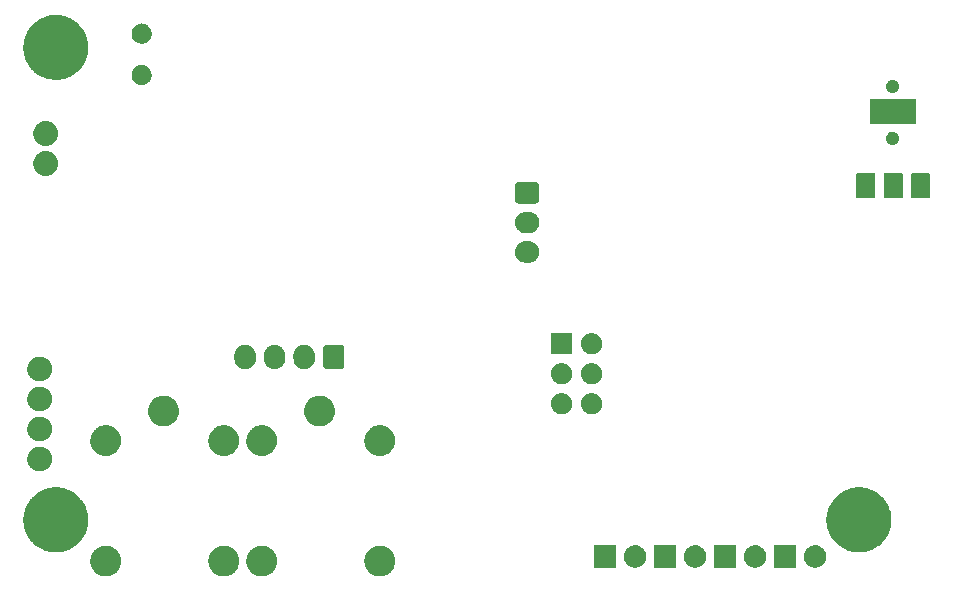
<source format=gbr>
G04 #@! TF.GenerationSoftware,KiCad,Pcbnew,(5.1.0-1275-gdad8c9821)*
G04 #@! TF.CreationDate,2019-07-24T10:58:07+03:00*
G04 #@! TF.ProjectId,UBD,5542442e-6b69-4636-9164-5f7063625858,rev?*
G04 #@! TF.SameCoordinates,Original*
G04 #@! TF.FileFunction,Soldermask,Bot*
G04 #@! TF.FilePolarity,Negative*
%FSLAX46Y46*%
G04 Gerber Fmt 4.6, Leading zero omitted, Abs format (unit mm)*
G04 Created by KiCad (PCBNEW (5.1.0-1275-gdad8c9821)) date 2019-07-24 10:58:07*
%MOMM*%
%LPD*%
G04 APERTURE LIST*
%ADD10C,0.100000*%
G04 APERTURE END LIST*
D10*
G36*
X25970163Y-61691001D02*
G01*
X26021823Y-61691001D01*
X26081518Y-61701527D01*
X26136934Y-61706765D01*
X26188515Y-61720393D01*
X26246010Y-61730531D01*
X26296660Y-61748966D01*
X26343774Y-61761414D01*
X26398780Y-61786135D01*
X26459926Y-61808390D01*
X26500766Y-61831969D01*
X26538911Y-61849112D01*
X26594971Y-61886358D01*
X26657073Y-61922213D01*
X26688019Y-61948179D01*
X26717100Y-61967501D01*
X26771480Y-62018211D01*
X26831460Y-62068540D01*
X26853074Y-62094299D01*
X26873564Y-62113406D01*
X26923316Y-62178010D01*
X26977787Y-62242927D01*
X26991202Y-62266163D01*
X27004093Y-62282902D01*
X27046128Y-62361298D01*
X27091610Y-62440074D01*
X27098462Y-62458899D01*
X27105190Y-62471447D01*
X27136443Y-62563252D01*
X27169469Y-62653990D01*
X27171764Y-62667007D01*
X27174133Y-62673965D01*
X27191667Y-62779884D01*
X27208999Y-62878177D01*
X27208999Y-63105823D01*
X27202489Y-63142743D01*
X27201972Y-63163903D01*
X27184550Y-63244481D01*
X27169469Y-63330010D01*
X27161066Y-63353098D01*
X27157086Y-63371504D01*
X27123393Y-63456603D01*
X27091610Y-63543926D01*
X27082729Y-63559308D01*
X27078332Y-63570414D01*
X27026836Y-63656118D01*
X26977787Y-63741073D01*
X26970752Y-63749457D01*
X26968148Y-63753791D01*
X26894706Y-63840086D01*
X26831460Y-63915460D01*
X26762806Y-63973067D01*
X26666089Y-64054799D01*
X26663713Y-64056215D01*
X26657073Y-64061787D01*
X26571103Y-64111422D01*
X26482325Y-64164344D01*
X26473341Y-64167865D01*
X26459926Y-64175610D01*
X26370837Y-64208036D01*
X26283137Y-64242405D01*
X26266962Y-64245843D01*
X26246010Y-64253469D01*
X26158446Y-64268909D01*
X26073879Y-64286884D01*
X26050476Y-64287947D01*
X26021823Y-64292999D01*
X25939221Y-64292999D01*
X25860166Y-64296589D01*
X25830059Y-64292999D01*
X25794177Y-64292999D01*
X25719223Y-64279783D01*
X25647733Y-64271258D01*
X25612000Y-64260876D01*
X25569990Y-64253469D01*
X25504662Y-64229691D01*
X25442288Y-64211570D01*
X25402505Y-64192509D01*
X25356074Y-64175610D01*
X25301655Y-64144191D01*
X25249358Y-64119135D01*
X25207543Y-64089856D01*
X25158927Y-64061787D01*
X25115915Y-64025696D01*
X25074108Y-63996422D01*
X25032689Y-63955862D01*
X24984540Y-63915460D01*
X24952776Y-63877604D01*
X24921260Y-63846742D01*
X24882897Y-63794325D01*
X24838213Y-63741073D01*
X24816886Y-63704133D01*
X24794907Y-63674103D01*
X24762446Y-63609840D01*
X24724390Y-63543926D01*
X24712117Y-63510206D01*
X24698450Y-63483150D01*
X24674789Y-63407648D01*
X24646531Y-63330010D01*
X24641478Y-63301355D01*
X24634474Y-63279004D01*
X24622444Y-63193406D01*
X24607001Y-63105823D01*
X24607001Y-63083521D01*
X24604700Y-63067148D01*
X24607001Y-62972998D01*
X24607001Y-62878177D01*
X24609691Y-62862920D01*
X24609927Y-62853275D01*
X24629288Y-62751779D01*
X24646531Y-62653990D01*
X24649497Y-62645842D01*
X24650014Y-62643130D01*
X24693709Y-62524369D01*
X24724390Y-62440074D01*
X24773544Y-62354937D01*
X24829557Y-62256337D01*
X24832740Y-62252406D01*
X24838213Y-62242927D01*
X24901280Y-62167766D01*
X24964192Y-62090076D01*
X24973122Y-62082148D01*
X24984540Y-62068540D01*
X25055724Y-62008810D01*
X25124173Y-61948038D01*
X25140111Y-61938001D01*
X25158927Y-61922213D01*
X25234133Y-61878793D01*
X25305201Y-61834039D01*
X25328914Y-61824071D01*
X25356074Y-61808390D01*
X25431682Y-61780871D01*
X25502423Y-61751134D01*
X25534151Y-61743575D01*
X25569990Y-61730531D01*
X25642784Y-61717696D01*
X25710531Y-61701556D01*
X25749947Y-61698800D01*
X25794177Y-61691001D01*
X25861484Y-61691001D01*
X25923953Y-61686633D01*
X25970163Y-61691001D01*
X25970163Y-61691001D01*
G37*
G36*
X35970163Y-61691001D02*
G01*
X36021823Y-61691001D01*
X36081518Y-61701527D01*
X36136934Y-61706765D01*
X36188515Y-61720393D01*
X36246010Y-61730531D01*
X36296660Y-61748966D01*
X36343774Y-61761414D01*
X36398780Y-61786135D01*
X36459926Y-61808390D01*
X36500766Y-61831969D01*
X36538911Y-61849112D01*
X36594971Y-61886358D01*
X36657073Y-61922213D01*
X36688019Y-61948179D01*
X36717100Y-61967501D01*
X36771480Y-62018211D01*
X36831460Y-62068540D01*
X36853074Y-62094299D01*
X36873564Y-62113406D01*
X36923316Y-62178010D01*
X36977787Y-62242927D01*
X36991202Y-62266163D01*
X37004093Y-62282902D01*
X37046128Y-62361298D01*
X37091610Y-62440074D01*
X37098462Y-62458899D01*
X37105190Y-62471447D01*
X37136443Y-62563252D01*
X37169469Y-62653990D01*
X37171764Y-62667007D01*
X37174133Y-62673965D01*
X37191667Y-62779884D01*
X37208999Y-62878177D01*
X37208999Y-63105823D01*
X37202489Y-63142743D01*
X37201972Y-63163903D01*
X37184550Y-63244481D01*
X37169469Y-63330010D01*
X37161066Y-63353098D01*
X37157086Y-63371504D01*
X37123393Y-63456603D01*
X37091610Y-63543926D01*
X37082729Y-63559308D01*
X37078332Y-63570414D01*
X37026836Y-63656118D01*
X36977787Y-63741073D01*
X36970752Y-63749457D01*
X36968148Y-63753791D01*
X36894706Y-63840086D01*
X36831460Y-63915460D01*
X36762806Y-63973067D01*
X36666089Y-64054799D01*
X36663713Y-64056215D01*
X36657073Y-64061787D01*
X36571103Y-64111422D01*
X36482325Y-64164344D01*
X36473341Y-64167865D01*
X36459926Y-64175610D01*
X36370837Y-64208036D01*
X36283137Y-64242405D01*
X36266962Y-64245843D01*
X36246010Y-64253469D01*
X36158446Y-64268909D01*
X36073879Y-64286884D01*
X36050476Y-64287947D01*
X36021823Y-64292999D01*
X35939221Y-64292999D01*
X35860166Y-64296589D01*
X35830059Y-64292999D01*
X35794177Y-64292999D01*
X35719223Y-64279783D01*
X35647733Y-64271258D01*
X35612000Y-64260876D01*
X35569990Y-64253469D01*
X35504662Y-64229691D01*
X35442288Y-64211570D01*
X35402505Y-64192509D01*
X35356074Y-64175610D01*
X35301655Y-64144191D01*
X35249358Y-64119135D01*
X35207543Y-64089856D01*
X35158927Y-64061787D01*
X35115915Y-64025696D01*
X35074108Y-63996422D01*
X35032689Y-63955862D01*
X34984540Y-63915460D01*
X34952776Y-63877604D01*
X34921260Y-63846742D01*
X34882897Y-63794325D01*
X34838213Y-63741073D01*
X34816886Y-63704133D01*
X34794907Y-63674103D01*
X34762446Y-63609840D01*
X34724390Y-63543926D01*
X34712117Y-63510206D01*
X34698450Y-63483150D01*
X34674789Y-63407648D01*
X34646531Y-63330010D01*
X34641478Y-63301355D01*
X34634474Y-63279004D01*
X34622444Y-63193406D01*
X34607001Y-63105823D01*
X34607001Y-63083521D01*
X34604700Y-63067148D01*
X34607001Y-62972998D01*
X34607001Y-62878177D01*
X34609691Y-62862920D01*
X34609927Y-62853275D01*
X34629288Y-62751779D01*
X34646531Y-62653990D01*
X34649497Y-62645842D01*
X34650014Y-62643130D01*
X34693709Y-62524369D01*
X34724390Y-62440074D01*
X34773544Y-62354937D01*
X34829557Y-62256337D01*
X34832740Y-62252406D01*
X34838213Y-62242927D01*
X34901280Y-62167766D01*
X34964192Y-62090076D01*
X34973122Y-62082148D01*
X34984540Y-62068540D01*
X35055724Y-62008810D01*
X35124173Y-61948038D01*
X35140111Y-61938001D01*
X35158927Y-61922213D01*
X35234133Y-61878793D01*
X35305201Y-61834039D01*
X35328914Y-61824071D01*
X35356074Y-61808390D01*
X35431682Y-61780871D01*
X35502423Y-61751134D01*
X35534151Y-61743575D01*
X35569990Y-61730531D01*
X35642784Y-61717696D01*
X35710531Y-61701556D01*
X35749947Y-61698800D01*
X35794177Y-61691001D01*
X35861484Y-61691001D01*
X35923953Y-61686633D01*
X35970163Y-61691001D01*
X35970163Y-61691001D01*
G37*
G36*
X39178163Y-61691001D02*
G01*
X39229823Y-61691001D01*
X39289518Y-61701527D01*
X39344934Y-61706765D01*
X39396515Y-61720393D01*
X39454010Y-61730531D01*
X39504660Y-61748966D01*
X39551774Y-61761414D01*
X39606780Y-61786135D01*
X39667926Y-61808390D01*
X39708766Y-61831969D01*
X39746911Y-61849112D01*
X39802971Y-61886358D01*
X39865073Y-61922213D01*
X39896019Y-61948179D01*
X39925100Y-61967501D01*
X39979480Y-62018211D01*
X40039460Y-62068540D01*
X40061074Y-62094299D01*
X40081564Y-62113406D01*
X40131316Y-62178010D01*
X40185787Y-62242927D01*
X40199202Y-62266163D01*
X40212093Y-62282902D01*
X40254128Y-62361298D01*
X40299610Y-62440074D01*
X40306462Y-62458899D01*
X40313190Y-62471447D01*
X40344443Y-62563252D01*
X40377469Y-62653990D01*
X40379764Y-62667007D01*
X40382133Y-62673965D01*
X40399667Y-62779884D01*
X40416999Y-62878177D01*
X40416999Y-63105823D01*
X40410489Y-63142743D01*
X40409972Y-63163903D01*
X40392550Y-63244481D01*
X40377469Y-63330010D01*
X40369066Y-63353098D01*
X40365086Y-63371504D01*
X40331393Y-63456603D01*
X40299610Y-63543926D01*
X40290729Y-63559308D01*
X40286332Y-63570414D01*
X40234836Y-63656118D01*
X40185787Y-63741073D01*
X40178752Y-63749457D01*
X40176148Y-63753791D01*
X40102706Y-63840086D01*
X40039460Y-63915460D01*
X39970806Y-63973067D01*
X39874089Y-64054799D01*
X39871713Y-64056215D01*
X39865073Y-64061787D01*
X39779103Y-64111422D01*
X39690325Y-64164344D01*
X39681341Y-64167865D01*
X39667926Y-64175610D01*
X39578837Y-64208036D01*
X39491137Y-64242405D01*
X39474962Y-64245843D01*
X39454010Y-64253469D01*
X39366446Y-64268909D01*
X39281879Y-64286884D01*
X39258476Y-64287947D01*
X39229823Y-64292999D01*
X39147221Y-64292999D01*
X39068166Y-64296589D01*
X39038059Y-64292999D01*
X39002177Y-64292999D01*
X38927223Y-64279783D01*
X38855733Y-64271258D01*
X38820000Y-64260876D01*
X38777990Y-64253469D01*
X38712662Y-64229691D01*
X38650288Y-64211570D01*
X38610505Y-64192509D01*
X38564074Y-64175610D01*
X38509655Y-64144191D01*
X38457358Y-64119135D01*
X38415543Y-64089856D01*
X38366927Y-64061787D01*
X38323915Y-64025696D01*
X38282108Y-63996422D01*
X38240689Y-63955862D01*
X38192540Y-63915460D01*
X38160776Y-63877604D01*
X38129260Y-63846742D01*
X38090897Y-63794325D01*
X38046213Y-63741073D01*
X38024886Y-63704133D01*
X38002907Y-63674103D01*
X37970446Y-63609840D01*
X37932390Y-63543926D01*
X37920117Y-63510206D01*
X37906450Y-63483150D01*
X37882789Y-63407648D01*
X37854531Y-63330010D01*
X37849478Y-63301355D01*
X37842474Y-63279004D01*
X37830444Y-63193406D01*
X37815001Y-63105823D01*
X37815001Y-63083521D01*
X37812700Y-63067148D01*
X37815001Y-62972998D01*
X37815001Y-62878177D01*
X37817691Y-62862920D01*
X37817927Y-62853275D01*
X37837288Y-62751779D01*
X37854531Y-62653990D01*
X37857497Y-62645842D01*
X37858014Y-62643130D01*
X37901709Y-62524369D01*
X37932390Y-62440074D01*
X37981544Y-62354937D01*
X38037557Y-62256337D01*
X38040740Y-62252406D01*
X38046213Y-62242927D01*
X38109280Y-62167766D01*
X38172192Y-62090076D01*
X38181122Y-62082148D01*
X38192540Y-62068540D01*
X38263724Y-62008810D01*
X38332173Y-61948038D01*
X38348111Y-61938001D01*
X38366927Y-61922213D01*
X38442133Y-61878793D01*
X38513201Y-61834039D01*
X38536914Y-61824071D01*
X38564074Y-61808390D01*
X38639682Y-61780871D01*
X38710423Y-61751134D01*
X38742151Y-61743575D01*
X38777990Y-61730531D01*
X38850784Y-61717696D01*
X38918531Y-61701556D01*
X38957947Y-61698800D01*
X39002177Y-61691001D01*
X39069484Y-61691001D01*
X39131953Y-61686633D01*
X39178163Y-61691001D01*
X39178163Y-61691001D01*
G37*
G36*
X49178163Y-61691001D02*
G01*
X49229823Y-61691001D01*
X49289518Y-61701527D01*
X49344934Y-61706765D01*
X49396515Y-61720393D01*
X49454010Y-61730531D01*
X49504660Y-61748966D01*
X49551774Y-61761414D01*
X49606780Y-61786135D01*
X49667926Y-61808390D01*
X49708766Y-61831969D01*
X49746911Y-61849112D01*
X49802971Y-61886358D01*
X49865073Y-61922213D01*
X49896019Y-61948179D01*
X49925100Y-61967501D01*
X49979480Y-62018211D01*
X50039460Y-62068540D01*
X50061074Y-62094299D01*
X50081564Y-62113406D01*
X50131316Y-62178010D01*
X50185787Y-62242927D01*
X50199202Y-62266163D01*
X50212093Y-62282902D01*
X50254128Y-62361298D01*
X50299610Y-62440074D01*
X50306462Y-62458899D01*
X50313190Y-62471447D01*
X50344443Y-62563252D01*
X50377469Y-62653990D01*
X50379764Y-62667007D01*
X50382133Y-62673965D01*
X50399667Y-62779884D01*
X50416999Y-62878177D01*
X50416999Y-63105823D01*
X50410489Y-63142743D01*
X50409972Y-63163903D01*
X50392550Y-63244481D01*
X50377469Y-63330010D01*
X50369066Y-63353098D01*
X50365086Y-63371504D01*
X50331393Y-63456603D01*
X50299610Y-63543926D01*
X50290729Y-63559308D01*
X50286332Y-63570414D01*
X50234836Y-63656118D01*
X50185787Y-63741073D01*
X50178752Y-63749457D01*
X50176148Y-63753791D01*
X50102706Y-63840086D01*
X50039460Y-63915460D01*
X49970806Y-63973067D01*
X49874089Y-64054799D01*
X49871713Y-64056215D01*
X49865073Y-64061787D01*
X49779103Y-64111422D01*
X49690325Y-64164344D01*
X49681341Y-64167865D01*
X49667926Y-64175610D01*
X49578837Y-64208036D01*
X49491137Y-64242405D01*
X49474962Y-64245843D01*
X49454010Y-64253469D01*
X49366446Y-64268909D01*
X49281879Y-64286884D01*
X49258476Y-64287947D01*
X49229823Y-64292999D01*
X49147221Y-64292999D01*
X49068166Y-64296589D01*
X49038059Y-64292999D01*
X49002177Y-64292999D01*
X48927223Y-64279783D01*
X48855733Y-64271258D01*
X48820000Y-64260876D01*
X48777990Y-64253469D01*
X48712662Y-64229691D01*
X48650288Y-64211570D01*
X48610505Y-64192509D01*
X48564074Y-64175610D01*
X48509655Y-64144191D01*
X48457358Y-64119135D01*
X48415543Y-64089856D01*
X48366927Y-64061787D01*
X48323915Y-64025696D01*
X48282108Y-63996422D01*
X48240689Y-63955862D01*
X48192540Y-63915460D01*
X48160776Y-63877604D01*
X48129260Y-63846742D01*
X48090897Y-63794325D01*
X48046213Y-63741073D01*
X48024886Y-63704133D01*
X48002907Y-63674103D01*
X47970446Y-63609840D01*
X47932390Y-63543926D01*
X47920117Y-63510206D01*
X47906450Y-63483150D01*
X47882789Y-63407648D01*
X47854531Y-63330010D01*
X47849478Y-63301355D01*
X47842474Y-63279004D01*
X47830444Y-63193406D01*
X47815001Y-63105823D01*
X47815001Y-63083521D01*
X47812700Y-63067148D01*
X47815001Y-62972998D01*
X47815001Y-62878177D01*
X47817691Y-62862920D01*
X47817927Y-62853275D01*
X47837288Y-62751779D01*
X47854531Y-62653990D01*
X47857497Y-62645842D01*
X47858014Y-62643130D01*
X47901709Y-62524369D01*
X47932390Y-62440074D01*
X47981544Y-62354937D01*
X48037557Y-62256337D01*
X48040740Y-62252406D01*
X48046213Y-62242927D01*
X48109280Y-62167766D01*
X48172192Y-62090076D01*
X48181122Y-62082148D01*
X48192540Y-62068540D01*
X48263724Y-62008810D01*
X48332173Y-61948038D01*
X48348111Y-61938001D01*
X48366927Y-61922213D01*
X48442133Y-61878793D01*
X48513201Y-61834039D01*
X48536914Y-61824071D01*
X48564074Y-61808390D01*
X48639682Y-61780871D01*
X48710423Y-61751134D01*
X48742151Y-61743575D01*
X48777990Y-61730531D01*
X48850784Y-61717696D01*
X48918531Y-61701556D01*
X48957947Y-61698800D01*
X49002177Y-61691001D01*
X49069484Y-61691001D01*
X49131953Y-61686633D01*
X49178163Y-61691001D01*
X49178163Y-61691001D01*
G37*
G36*
X86075675Y-61663627D02*
G01*
X86116905Y-61665680D01*
X86165080Y-61677468D01*
X86219954Y-61685963D01*
X86258728Y-61700383D01*
X86293176Y-61708812D01*
X86343544Y-61731925D01*
X86401037Y-61753307D01*
X86431173Y-61772138D01*
X86458107Y-61784498D01*
X86507922Y-61820097D01*
X86564880Y-61855688D01*
X86586387Y-61876168D01*
X86605749Y-61890005D01*
X86651931Y-61938585D01*
X86704790Y-61988922D01*
X86718404Y-62008511D01*
X86730782Y-62021531D01*
X86770083Y-62082866D01*
X86815052Y-62147569D01*
X86822145Y-62164119D01*
X86828683Y-62174322D01*
X86857818Y-62247349D01*
X86891162Y-62325146D01*
X86893606Y-62337051D01*
X86895928Y-62342872D01*
X86911813Y-62425748D01*
X86930010Y-62514400D01*
X86929988Y-62520580D01*
X86930056Y-62520932D01*
X86929404Y-62707704D01*
X86929335Y-62708053D01*
X86929313Y-62714237D01*
X86910491Y-62802785D01*
X86894034Y-62885522D01*
X86891671Y-62891327D01*
X86889144Y-62903215D01*
X86855246Y-62980806D01*
X86825613Y-63053599D01*
X86819009Y-63063748D01*
X86811797Y-63080257D01*
X86766357Y-63144672D01*
X86726645Y-63205707D01*
X86714180Y-63218637D01*
X86700430Y-63238129D01*
X86647221Y-63288096D01*
X86600704Y-63336349D01*
X86581248Y-63350048D01*
X86559593Y-63370384D01*
X86502380Y-63405582D01*
X86452323Y-63440828D01*
X86425302Y-63453000D01*
X86395039Y-63471618D01*
X86337399Y-63492597D01*
X86286868Y-63515360D01*
X86252362Y-63523549D01*
X86213490Y-63537697D01*
X86158568Y-63545807D01*
X86110307Y-63557260D01*
X86069057Y-63559025D01*
X86022363Y-63565920D01*
X85972741Y-63563146D01*
X85929000Y-63565017D01*
X85882403Y-63558095D01*
X85829464Y-63555135D01*
X85787057Y-63543931D01*
X85749504Y-63538352D01*
X85699566Y-63520815D01*
X85642673Y-63505783D01*
X85608600Y-63488869D01*
X85578288Y-63478224D01*
X85527557Y-63448639D01*
X85469621Y-63419879D01*
X85444245Y-63400053D01*
X85421528Y-63386805D01*
X85372930Y-63344335D01*
X85317378Y-63300933D01*
X85300292Y-63280857D01*
X85284884Y-63267392D01*
X85241628Y-63211928D01*
X85192161Y-63153804D01*
X85182277Y-63135825D01*
X85173285Y-63124295D01*
X85138661Y-63056488D01*
X85099086Y-62984501D01*
X85094749Y-62970492D01*
X85090760Y-62962679D01*
X85067983Y-62884022D01*
X85041955Y-62799941D01*
X85041095Y-62791173D01*
X85040285Y-62788375D01*
X85032295Y-62701423D01*
X85023102Y-62607663D01*
X85032949Y-62513976D01*
X85041546Y-62427079D01*
X85042376Y-62424287D01*
X85043297Y-62415521D01*
X85069920Y-62331594D01*
X85093237Y-62253129D01*
X85097280Y-62245346D01*
X85101715Y-62231365D01*
X85141811Y-62159621D01*
X85176891Y-62092090D01*
X85185956Y-62080632D01*
X85195969Y-62062716D01*
X85245849Y-62004930D01*
X85289484Y-61949776D01*
X85304984Y-61936420D01*
X85322210Y-61916464D01*
X85378069Y-61873447D01*
X85426959Y-61831321D01*
X85449768Y-61818232D01*
X85475281Y-61798584D01*
X85533401Y-61770237D01*
X85584350Y-61740999D01*
X85614746Y-61730562D01*
X85648928Y-61713891D01*
X85705921Y-61699258D01*
X85755983Y-61682069D01*
X85793572Y-61676753D01*
X85836059Y-61665844D01*
X85889020Y-61663254D01*
X85935663Y-61656657D01*
X85979388Y-61658834D01*
X86029028Y-61656406D01*
X86075675Y-61663627D01*
X86075675Y-61663627D01*
G37*
G36*
X70835675Y-61663627D02*
G01*
X70876905Y-61665680D01*
X70925080Y-61677468D01*
X70979954Y-61685963D01*
X71018728Y-61700383D01*
X71053176Y-61708812D01*
X71103544Y-61731925D01*
X71161037Y-61753307D01*
X71191173Y-61772138D01*
X71218107Y-61784498D01*
X71267922Y-61820097D01*
X71324880Y-61855688D01*
X71346387Y-61876168D01*
X71365749Y-61890005D01*
X71411931Y-61938585D01*
X71464790Y-61988922D01*
X71478404Y-62008511D01*
X71490782Y-62021531D01*
X71530083Y-62082866D01*
X71575052Y-62147569D01*
X71582145Y-62164119D01*
X71588683Y-62174322D01*
X71617818Y-62247349D01*
X71651162Y-62325146D01*
X71653606Y-62337051D01*
X71655928Y-62342872D01*
X71671813Y-62425748D01*
X71690010Y-62514400D01*
X71689988Y-62520580D01*
X71690056Y-62520932D01*
X71689404Y-62707704D01*
X71689335Y-62708053D01*
X71689313Y-62714237D01*
X71670491Y-62802785D01*
X71654034Y-62885522D01*
X71651671Y-62891327D01*
X71649144Y-62903215D01*
X71615246Y-62980806D01*
X71585613Y-63053599D01*
X71579009Y-63063748D01*
X71571797Y-63080257D01*
X71526357Y-63144672D01*
X71486645Y-63205707D01*
X71474180Y-63218637D01*
X71460430Y-63238129D01*
X71407221Y-63288096D01*
X71360704Y-63336349D01*
X71341248Y-63350048D01*
X71319593Y-63370384D01*
X71262380Y-63405582D01*
X71212323Y-63440828D01*
X71185302Y-63453000D01*
X71155039Y-63471618D01*
X71097399Y-63492597D01*
X71046868Y-63515360D01*
X71012362Y-63523549D01*
X70973490Y-63537697D01*
X70918568Y-63545807D01*
X70870307Y-63557260D01*
X70829057Y-63559025D01*
X70782363Y-63565920D01*
X70732741Y-63563146D01*
X70689000Y-63565017D01*
X70642403Y-63558095D01*
X70589464Y-63555135D01*
X70547057Y-63543931D01*
X70509504Y-63538352D01*
X70459566Y-63520815D01*
X70402673Y-63505783D01*
X70368600Y-63488869D01*
X70338288Y-63478224D01*
X70287557Y-63448639D01*
X70229621Y-63419879D01*
X70204245Y-63400053D01*
X70181528Y-63386805D01*
X70132930Y-63344335D01*
X70077378Y-63300933D01*
X70060292Y-63280857D01*
X70044884Y-63267392D01*
X70001628Y-63211928D01*
X69952161Y-63153804D01*
X69942277Y-63135825D01*
X69933285Y-63124295D01*
X69898661Y-63056488D01*
X69859086Y-62984501D01*
X69854749Y-62970492D01*
X69850760Y-62962679D01*
X69827983Y-62884022D01*
X69801955Y-62799941D01*
X69801095Y-62791173D01*
X69800285Y-62788375D01*
X69792295Y-62701423D01*
X69783102Y-62607663D01*
X69792949Y-62513976D01*
X69801546Y-62427079D01*
X69802376Y-62424287D01*
X69803297Y-62415521D01*
X69829920Y-62331594D01*
X69853237Y-62253129D01*
X69857280Y-62245346D01*
X69861715Y-62231365D01*
X69901811Y-62159621D01*
X69936891Y-62092090D01*
X69945956Y-62080632D01*
X69955969Y-62062716D01*
X70005849Y-62004930D01*
X70049484Y-61949776D01*
X70064984Y-61936420D01*
X70082210Y-61916464D01*
X70138069Y-61873447D01*
X70186959Y-61831321D01*
X70209768Y-61818232D01*
X70235281Y-61798584D01*
X70293401Y-61770237D01*
X70344350Y-61740999D01*
X70374746Y-61730562D01*
X70408928Y-61713891D01*
X70465921Y-61699258D01*
X70515983Y-61682069D01*
X70553572Y-61676753D01*
X70596059Y-61665844D01*
X70649020Y-61663254D01*
X70695663Y-61656657D01*
X70739388Y-61658834D01*
X70789028Y-61656406D01*
X70835675Y-61663627D01*
X70835675Y-61663627D01*
G37*
G36*
X75915675Y-61663627D02*
G01*
X75956905Y-61665680D01*
X76005080Y-61677468D01*
X76059954Y-61685963D01*
X76098728Y-61700383D01*
X76133176Y-61708812D01*
X76183544Y-61731925D01*
X76241037Y-61753307D01*
X76271173Y-61772138D01*
X76298107Y-61784498D01*
X76347922Y-61820097D01*
X76404880Y-61855688D01*
X76426387Y-61876168D01*
X76445749Y-61890005D01*
X76491931Y-61938585D01*
X76544790Y-61988922D01*
X76558404Y-62008511D01*
X76570782Y-62021531D01*
X76610083Y-62082866D01*
X76655052Y-62147569D01*
X76662145Y-62164119D01*
X76668683Y-62174322D01*
X76697818Y-62247349D01*
X76731162Y-62325146D01*
X76733606Y-62337051D01*
X76735928Y-62342872D01*
X76751813Y-62425748D01*
X76770010Y-62514400D01*
X76769988Y-62520580D01*
X76770056Y-62520932D01*
X76769404Y-62707704D01*
X76769335Y-62708053D01*
X76769313Y-62714237D01*
X76750491Y-62802785D01*
X76734034Y-62885522D01*
X76731671Y-62891327D01*
X76729144Y-62903215D01*
X76695246Y-62980806D01*
X76665613Y-63053599D01*
X76659009Y-63063748D01*
X76651797Y-63080257D01*
X76606357Y-63144672D01*
X76566645Y-63205707D01*
X76554180Y-63218637D01*
X76540430Y-63238129D01*
X76487221Y-63288096D01*
X76440704Y-63336349D01*
X76421248Y-63350048D01*
X76399593Y-63370384D01*
X76342380Y-63405582D01*
X76292323Y-63440828D01*
X76265302Y-63453000D01*
X76235039Y-63471618D01*
X76177399Y-63492597D01*
X76126868Y-63515360D01*
X76092362Y-63523549D01*
X76053490Y-63537697D01*
X75998568Y-63545807D01*
X75950307Y-63557260D01*
X75909057Y-63559025D01*
X75862363Y-63565920D01*
X75812741Y-63563146D01*
X75769000Y-63565017D01*
X75722403Y-63558095D01*
X75669464Y-63555135D01*
X75627057Y-63543931D01*
X75589504Y-63538352D01*
X75539566Y-63520815D01*
X75482673Y-63505783D01*
X75448600Y-63488869D01*
X75418288Y-63478224D01*
X75367557Y-63448639D01*
X75309621Y-63419879D01*
X75284245Y-63400053D01*
X75261528Y-63386805D01*
X75212930Y-63344335D01*
X75157378Y-63300933D01*
X75140292Y-63280857D01*
X75124884Y-63267392D01*
X75081628Y-63211928D01*
X75032161Y-63153804D01*
X75022277Y-63135825D01*
X75013285Y-63124295D01*
X74978661Y-63056488D01*
X74939086Y-62984501D01*
X74934749Y-62970492D01*
X74930760Y-62962679D01*
X74907983Y-62884022D01*
X74881955Y-62799941D01*
X74881095Y-62791173D01*
X74880285Y-62788375D01*
X74872295Y-62701423D01*
X74863102Y-62607663D01*
X74872949Y-62513976D01*
X74881546Y-62427079D01*
X74882376Y-62424287D01*
X74883297Y-62415521D01*
X74909920Y-62331594D01*
X74933237Y-62253129D01*
X74937280Y-62245346D01*
X74941715Y-62231365D01*
X74981811Y-62159621D01*
X75016891Y-62092090D01*
X75025956Y-62080632D01*
X75035969Y-62062716D01*
X75085849Y-62004930D01*
X75129484Y-61949776D01*
X75144984Y-61936420D01*
X75162210Y-61916464D01*
X75218069Y-61873447D01*
X75266959Y-61831321D01*
X75289768Y-61818232D01*
X75315281Y-61798584D01*
X75373401Y-61770237D01*
X75424350Y-61740999D01*
X75454746Y-61730562D01*
X75488928Y-61713891D01*
X75545921Y-61699258D01*
X75595983Y-61682069D01*
X75633572Y-61676753D01*
X75676059Y-61665844D01*
X75729020Y-61663254D01*
X75775663Y-61656657D01*
X75819388Y-61658834D01*
X75869028Y-61656406D01*
X75915675Y-61663627D01*
X75915675Y-61663627D01*
G37*
G36*
X80995675Y-61663627D02*
G01*
X81036905Y-61665680D01*
X81085080Y-61677468D01*
X81139954Y-61685963D01*
X81178728Y-61700383D01*
X81213176Y-61708812D01*
X81263544Y-61731925D01*
X81321037Y-61753307D01*
X81351173Y-61772138D01*
X81378107Y-61784498D01*
X81427922Y-61820097D01*
X81484880Y-61855688D01*
X81506387Y-61876168D01*
X81525749Y-61890005D01*
X81571931Y-61938585D01*
X81624790Y-61988922D01*
X81638404Y-62008511D01*
X81650782Y-62021531D01*
X81690083Y-62082866D01*
X81735052Y-62147569D01*
X81742145Y-62164119D01*
X81748683Y-62174322D01*
X81777818Y-62247349D01*
X81811162Y-62325146D01*
X81813606Y-62337051D01*
X81815928Y-62342872D01*
X81831813Y-62425748D01*
X81850010Y-62514400D01*
X81849988Y-62520580D01*
X81850056Y-62520932D01*
X81849404Y-62707704D01*
X81849335Y-62708053D01*
X81849313Y-62714237D01*
X81830491Y-62802785D01*
X81814034Y-62885522D01*
X81811671Y-62891327D01*
X81809144Y-62903215D01*
X81775246Y-62980806D01*
X81745613Y-63053599D01*
X81739009Y-63063748D01*
X81731797Y-63080257D01*
X81686357Y-63144672D01*
X81646645Y-63205707D01*
X81634180Y-63218637D01*
X81620430Y-63238129D01*
X81567221Y-63288096D01*
X81520704Y-63336349D01*
X81501248Y-63350048D01*
X81479593Y-63370384D01*
X81422380Y-63405582D01*
X81372323Y-63440828D01*
X81345302Y-63453000D01*
X81315039Y-63471618D01*
X81257399Y-63492597D01*
X81206868Y-63515360D01*
X81172362Y-63523549D01*
X81133490Y-63537697D01*
X81078568Y-63545807D01*
X81030307Y-63557260D01*
X80989057Y-63559025D01*
X80942363Y-63565920D01*
X80892741Y-63563146D01*
X80849000Y-63565017D01*
X80802403Y-63558095D01*
X80749464Y-63555135D01*
X80707057Y-63543931D01*
X80669504Y-63538352D01*
X80619566Y-63520815D01*
X80562673Y-63505783D01*
X80528600Y-63488869D01*
X80498288Y-63478224D01*
X80447557Y-63448639D01*
X80389621Y-63419879D01*
X80364245Y-63400053D01*
X80341528Y-63386805D01*
X80292930Y-63344335D01*
X80237378Y-63300933D01*
X80220292Y-63280857D01*
X80204884Y-63267392D01*
X80161628Y-63211928D01*
X80112161Y-63153804D01*
X80102277Y-63135825D01*
X80093285Y-63124295D01*
X80058661Y-63056488D01*
X80019086Y-62984501D01*
X80014749Y-62970492D01*
X80010760Y-62962679D01*
X79987983Y-62884022D01*
X79961955Y-62799941D01*
X79961095Y-62791173D01*
X79960285Y-62788375D01*
X79952295Y-62701423D01*
X79943102Y-62607663D01*
X79952949Y-62513976D01*
X79961546Y-62427079D01*
X79962376Y-62424287D01*
X79963297Y-62415521D01*
X79989920Y-62331594D01*
X80013237Y-62253129D01*
X80017280Y-62245346D01*
X80021715Y-62231365D01*
X80061811Y-62159621D01*
X80096891Y-62092090D01*
X80105956Y-62080632D01*
X80115969Y-62062716D01*
X80165849Y-62004930D01*
X80209484Y-61949776D01*
X80224984Y-61936420D01*
X80242210Y-61916464D01*
X80298069Y-61873447D01*
X80346959Y-61831321D01*
X80369768Y-61818232D01*
X80395281Y-61798584D01*
X80453401Y-61770237D01*
X80504350Y-61740999D01*
X80534746Y-61730562D01*
X80568928Y-61713891D01*
X80625921Y-61699258D01*
X80675983Y-61682069D01*
X80713572Y-61676753D01*
X80756059Y-61665844D01*
X80809020Y-61663254D01*
X80855663Y-61656657D01*
X80899388Y-61658834D01*
X80949028Y-61656406D01*
X80995675Y-61663627D01*
X80995675Y-61663627D01*
G37*
G36*
X84358899Y-61662959D02*
G01*
X84375769Y-61674231D01*
X84387041Y-61691101D01*
X84393448Y-61723312D01*
X84393448Y-63498688D01*
X84390999Y-63511000D01*
X84387041Y-63530899D01*
X84375769Y-63547769D01*
X84358899Y-63559041D01*
X84339000Y-63562999D01*
X84326688Y-63565448D01*
X82551312Y-63565448D01*
X82519101Y-63559041D01*
X82502231Y-63547769D01*
X82490959Y-63530899D01*
X82484552Y-63498688D01*
X82484552Y-61723312D01*
X82490959Y-61691101D01*
X82502231Y-61674231D01*
X82519101Y-61662959D01*
X82551312Y-61656552D01*
X84326688Y-61656552D01*
X84358899Y-61662959D01*
X84358899Y-61662959D01*
G37*
G36*
X79278899Y-61662959D02*
G01*
X79295769Y-61674231D01*
X79307041Y-61691101D01*
X79313448Y-61723312D01*
X79313448Y-63498688D01*
X79310999Y-63511000D01*
X79307041Y-63530899D01*
X79295769Y-63547769D01*
X79278899Y-63559041D01*
X79259000Y-63562999D01*
X79246688Y-63565448D01*
X77471312Y-63565448D01*
X77439101Y-63559041D01*
X77422231Y-63547769D01*
X77410959Y-63530899D01*
X77404552Y-63498688D01*
X77404552Y-61723312D01*
X77410959Y-61691101D01*
X77422231Y-61674231D01*
X77439101Y-61662959D01*
X77471312Y-61656552D01*
X79246688Y-61656552D01*
X79278899Y-61662959D01*
X79278899Y-61662959D01*
G37*
G36*
X74198899Y-61662959D02*
G01*
X74215769Y-61674231D01*
X74227041Y-61691101D01*
X74233448Y-61723312D01*
X74233448Y-63498688D01*
X74230999Y-63511000D01*
X74227041Y-63530899D01*
X74215769Y-63547769D01*
X74198899Y-63559041D01*
X74179000Y-63562999D01*
X74166688Y-63565448D01*
X72391312Y-63565448D01*
X72359101Y-63559041D01*
X72342231Y-63547769D01*
X72330959Y-63530899D01*
X72324552Y-63498688D01*
X72324552Y-61723312D01*
X72330959Y-61691101D01*
X72342231Y-61674231D01*
X72359101Y-61662959D01*
X72391312Y-61656552D01*
X74166688Y-61656552D01*
X74198899Y-61662959D01*
X74198899Y-61662959D01*
G37*
G36*
X69118899Y-61662959D02*
G01*
X69135769Y-61674231D01*
X69147041Y-61691101D01*
X69153448Y-61723312D01*
X69153448Y-63498688D01*
X69150999Y-63511000D01*
X69147041Y-63530899D01*
X69135769Y-63547769D01*
X69118899Y-63559041D01*
X69099000Y-63562999D01*
X69086688Y-63565448D01*
X67311312Y-63565448D01*
X67279101Y-63559041D01*
X67262231Y-63547769D01*
X67250959Y-63530899D01*
X67244552Y-63498688D01*
X67244552Y-61723312D01*
X67250959Y-61691101D01*
X67262231Y-61674231D01*
X67279101Y-61662959D01*
X67311312Y-61656552D01*
X69086688Y-61656552D01*
X69118899Y-61662959D01*
X69118899Y-61662959D01*
G37*
G36*
X89770818Y-56754773D02*
G01*
X89871972Y-56755391D01*
X89932679Y-56763114D01*
X89991730Y-56766157D01*
X90096113Y-56783906D01*
X90201021Y-56797252D01*
X90255751Y-56811050D01*
X90309246Y-56820146D01*
X90415656Y-56851363D01*
X90522659Y-56878340D01*
X90570914Y-56896912D01*
X90618299Y-56910813D01*
X90724988Y-56956209D01*
X90832225Y-56997481D01*
X90873691Y-57019483D01*
X90914665Y-57036917D01*
X91019786Y-57096999D01*
X91125236Y-57152950D01*
X91159858Y-57177058D01*
X91194291Y-57196738D01*
X91295864Y-57271760D01*
X91397447Y-57342494D01*
X91425359Y-57367406D01*
X91453364Y-57388091D01*
X91549389Y-57478107D01*
X91644916Y-57563368D01*
X91666481Y-57587872D01*
X91688340Y-57608363D01*
X91776770Y-57713191D01*
X91864057Y-57812373D01*
X91879813Y-57835342D01*
X91896012Y-57854544D01*
X91974813Y-57973826D01*
X92051696Y-58085901D01*
X92062370Y-58106362D01*
X92073538Y-58123267D01*
X92140654Y-58256424D01*
X92205116Y-58379990D01*
X92211576Y-58397131D01*
X92218510Y-58410888D01*
X92272123Y-58557789D01*
X92322093Y-58690380D01*
X92325306Y-58703510D01*
X92328930Y-58713440D01*
X92367289Y-58875079D01*
X92400934Y-59012576D01*
X92401975Y-59021245D01*
X92403296Y-59026810D01*
X92424795Y-59211210D01*
X92440496Y-59341910D01*
X92436080Y-59731185D01*
X92417811Y-59858751D01*
X92415756Y-59905814D01*
X92400415Y-59980221D01*
X92389056Y-60059536D01*
X92367641Y-60139181D01*
X92351261Y-60218626D01*
X92324951Y-60297947D01*
X92302926Y-60379861D01*
X92273859Y-60451986D01*
X92249864Y-60524327D01*
X92212390Y-60604508D01*
X92178936Y-60687517D01*
X92143701Y-60751476D01*
X92113495Y-60816107D01*
X92064322Y-60895570D01*
X92018884Y-60978050D01*
X91978976Y-61033486D01*
X91944013Y-61089985D01*
X91882832Y-61167039D01*
X91825088Y-61247250D01*
X91782022Y-61294002D01*
X91743739Y-61342217D01*
X91670454Y-61415119D01*
X91600354Y-61491219D01*
X91555586Y-61529387D01*
X91515398Y-61569365D01*
X91430187Y-61636298D01*
X91347938Y-61706422D01*
X91302857Y-61736317D01*
X91262114Y-61768321D01*
X91165382Y-61827483D01*
X91071497Y-61889742D01*
X91027409Y-61911867D01*
X90987355Y-61936365D01*
X90879738Y-61985977D01*
X90775034Y-62038523D01*
X90733090Y-62053582D01*
X90694859Y-62071207D01*
X90577260Y-62109531D01*
X90462844Y-62150610D01*
X90424050Y-62159460D01*
X90388637Y-62171000D01*
X90262203Y-62196379D01*
X90139450Y-62224381D01*
X90104620Y-62228011D01*
X90072866Y-62234385D01*
X89938972Y-62245275D01*
X89809535Y-62258765D01*
X89779279Y-62258263D01*
X89751839Y-62260495D01*
X89611955Y-62255488D01*
X89477879Y-62253265D01*
X89452652Y-62249787D01*
X89429969Y-62248975D01*
X89285666Y-62226764D01*
X89149286Y-62207961D01*
X89129275Y-62202693D01*
X89111645Y-62199979D01*
X88964558Y-62159327D01*
X88828515Y-62123510D01*
X88813724Y-62117639D01*
X88801202Y-62114178D01*
X88652236Y-62053538D01*
X88520214Y-62001133D01*
X88510449Y-61995820D01*
X88502900Y-61992747D01*
X88350867Y-61908993D01*
X88228847Y-61842604D01*
X88223694Y-61838935D01*
X88220793Y-61837337D01*
X88043525Y-61710659D01*
X87958635Y-61650220D01*
X87881595Y-61579996D01*
X87720344Y-61433526D01*
X87718173Y-61431033D01*
X87713493Y-61426767D01*
X87622774Y-61321482D01*
X87508830Y-61190635D01*
X87504230Y-61183905D01*
X87496972Y-61175481D01*
X87417851Y-61057515D01*
X87327099Y-60924726D01*
X87321068Y-60913215D01*
X87312207Y-60900003D01*
X87248485Y-60774671D01*
X87177634Y-60639434D01*
X87171253Y-60622766D01*
X87161876Y-60604324D01*
X87114670Y-60474978D01*
X87062472Y-60338642D01*
X87056887Y-60316651D01*
X87048155Y-60292725D01*
X87017652Y-60162163D01*
X86983192Y-60026474D01*
X86979573Y-59999170D01*
X86972693Y-59969721D01*
X86958531Y-59840414D01*
X86940874Y-59707193D01*
X86940394Y-59674802D01*
X86936581Y-59639991D01*
X86938009Y-59514082D01*
X86936097Y-59385153D01*
X86939892Y-59348107D01*
X86940344Y-59308311D01*
X86956317Y-59187796D01*
X86968924Y-59064749D01*
X86978073Y-59023650D01*
X86983927Y-58979485D01*
X87013156Y-58866055D01*
X87038909Y-58750373D01*
X87054389Y-58706045D01*
X87066698Y-58658277D01*
X87107701Y-58553379D01*
X87145094Y-58446302D01*
X87167773Y-58399701D01*
X87187459Y-58349338D01*
X87238611Y-58254140D01*
X87286030Y-58156701D01*
X87316611Y-58108974D01*
X87344460Y-58057145D01*
X87404032Y-57972539D01*
X87459796Y-57885511D01*
X87498831Y-57837904D01*
X87535427Y-57785930D01*
X87601618Y-57712546D01*
X87664008Y-57636456D01*
X87711847Y-57590339D01*
X87757593Y-57539622D01*
X87828611Y-57477779D01*
X87895886Y-57412925D01*
X87952672Y-57369744D01*
X88007742Y-57321788D01*
X88081802Y-57271551D01*
X88152258Y-57217975D01*
X88217903Y-57179230D01*
X88282248Y-57135583D01*
X88357648Y-57096749D01*
X88429624Y-57054268D01*
X88503822Y-57021466D01*
X88577137Y-56983706D01*
X88652253Y-56955845D01*
X88724204Y-56924036D01*
X88806411Y-56898667D01*
X88888136Y-56868355D01*
X88961467Y-56850817D01*
X89031955Y-56829065D01*
X89121404Y-56812567D01*
X89210740Y-56791202D01*
X89280959Y-56783139D01*
X89348698Y-56770646D01*
X89444398Y-56764374D01*
X89540276Y-56753365D01*
X89606216Y-56753768D01*
X89670080Y-56749582D01*
X89770818Y-56754773D01*
X89770818Y-56754773D01*
G37*
G36*
X21770819Y-56754773D02*
G01*
X21871973Y-56755391D01*
X21932680Y-56763114D01*
X21991731Y-56766157D01*
X22096114Y-56783906D01*
X22201022Y-56797252D01*
X22255752Y-56811050D01*
X22309247Y-56820146D01*
X22415657Y-56851363D01*
X22522660Y-56878340D01*
X22570915Y-56896912D01*
X22618300Y-56910813D01*
X22724989Y-56956209D01*
X22832226Y-56997481D01*
X22873692Y-57019483D01*
X22914666Y-57036917D01*
X23019787Y-57096999D01*
X23125237Y-57152950D01*
X23159859Y-57177058D01*
X23194292Y-57196738D01*
X23295865Y-57271760D01*
X23397448Y-57342494D01*
X23425360Y-57367406D01*
X23453365Y-57388091D01*
X23549390Y-57478107D01*
X23644917Y-57563368D01*
X23666482Y-57587872D01*
X23688341Y-57608363D01*
X23776771Y-57713191D01*
X23864058Y-57812373D01*
X23879814Y-57835342D01*
X23896013Y-57854544D01*
X23974814Y-57973826D01*
X24051697Y-58085901D01*
X24062371Y-58106362D01*
X24073539Y-58123267D01*
X24140655Y-58256424D01*
X24205117Y-58379990D01*
X24211577Y-58397131D01*
X24218511Y-58410888D01*
X24272124Y-58557789D01*
X24322094Y-58690380D01*
X24325307Y-58703510D01*
X24328931Y-58713440D01*
X24367290Y-58875079D01*
X24400935Y-59012576D01*
X24401976Y-59021245D01*
X24403297Y-59026810D01*
X24424796Y-59211210D01*
X24440497Y-59341910D01*
X24436081Y-59731185D01*
X24417812Y-59858751D01*
X24415757Y-59905814D01*
X24400416Y-59980221D01*
X24389057Y-60059536D01*
X24367642Y-60139181D01*
X24351262Y-60218626D01*
X24324952Y-60297947D01*
X24302927Y-60379861D01*
X24273860Y-60451986D01*
X24249865Y-60524327D01*
X24212391Y-60604508D01*
X24178937Y-60687517D01*
X24143702Y-60751476D01*
X24113496Y-60816107D01*
X24064323Y-60895570D01*
X24018885Y-60978050D01*
X23978977Y-61033486D01*
X23944014Y-61089985D01*
X23882833Y-61167039D01*
X23825089Y-61247250D01*
X23782023Y-61294002D01*
X23743740Y-61342217D01*
X23670455Y-61415119D01*
X23600355Y-61491219D01*
X23555587Y-61529387D01*
X23515399Y-61569365D01*
X23430188Y-61636298D01*
X23347939Y-61706422D01*
X23302858Y-61736317D01*
X23262115Y-61768321D01*
X23165383Y-61827483D01*
X23071498Y-61889742D01*
X23027410Y-61911867D01*
X22987356Y-61936365D01*
X22879739Y-61985977D01*
X22775035Y-62038523D01*
X22733091Y-62053582D01*
X22694860Y-62071207D01*
X22577261Y-62109531D01*
X22462845Y-62150610D01*
X22424051Y-62159460D01*
X22388638Y-62171000D01*
X22262204Y-62196379D01*
X22139451Y-62224381D01*
X22104621Y-62228011D01*
X22072867Y-62234385D01*
X21938973Y-62245275D01*
X21809536Y-62258765D01*
X21779280Y-62258263D01*
X21751840Y-62260495D01*
X21611956Y-62255488D01*
X21477880Y-62253265D01*
X21452653Y-62249787D01*
X21429970Y-62248975D01*
X21285667Y-62226764D01*
X21149287Y-62207961D01*
X21129276Y-62202693D01*
X21111646Y-62199979D01*
X20964559Y-62159327D01*
X20828516Y-62123510D01*
X20813725Y-62117639D01*
X20801203Y-62114178D01*
X20652237Y-62053538D01*
X20520215Y-62001133D01*
X20510450Y-61995820D01*
X20502901Y-61992747D01*
X20350868Y-61908993D01*
X20228848Y-61842604D01*
X20223695Y-61838935D01*
X20220794Y-61837337D01*
X20043526Y-61710659D01*
X19958636Y-61650220D01*
X19881596Y-61579996D01*
X19720345Y-61433526D01*
X19718174Y-61431033D01*
X19713494Y-61426767D01*
X19622775Y-61321482D01*
X19508831Y-61190635D01*
X19504231Y-61183905D01*
X19496973Y-61175481D01*
X19417852Y-61057515D01*
X19327100Y-60924726D01*
X19321069Y-60913215D01*
X19312208Y-60900003D01*
X19248486Y-60774671D01*
X19177635Y-60639434D01*
X19171254Y-60622766D01*
X19161877Y-60604324D01*
X19114671Y-60474978D01*
X19062473Y-60338642D01*
X19056888Y-60316651D01*
X19048156Y-60292725D01*
X19017653Y-60162163D01*
X18983193Y-60026474D01*
X18979574Y-59999170D01*
X18972694Y-59969721D01*
X18958532Y-59840414D01*
X18940875Y-59707193D01*
X18940395Y-59674802D01*
X18936582Y-59639991D01*
X18938010Y-59514082D01*
X18936098Y-59385153D01*
X18939893Y-59348107D01*
X18940345Y-59308311D01*
X18956318Y-59187796D01*
X18968925Y-59064749D01*
X18978074Y-59023650D01*
X18983928Y-58979485D01*
X19013157Y-58866055D01*
X19038910Y-58750373D01*
X19054390Y-58706045D01*
X19066699Y-58658277D01*
X19107702Y-58553379D01*
X19145095Y-58446302D01*
X19167774Y-58399701D01*
X19187460Y-58349338D01*
X19238612Y-58254140D01*
X19286031Y-58156701D01*
X19316612Y-58108974D01*
X19344461Y-58057145D01*
X19404033Y-57972539D01*
X19459797Y-57885511D01*
X19498832Y-57837904D01*
X19535428Y-57785930D01*
X19601619Y-57712546D01*
X19664009Y-57636456D01*
X19711848Y-57590339D01*
X19757594Y-57539622D01*
X19828612Y-57477779D01*
X19895887Y-57412925D01*
X19952673Y-57369744D01*
X20007743Y-57321788D01*
X20081803Y-57271551D01*
X20152259Y-57217975D01*
X20217904Y-57179230D01*
X20282249Y-57135583D01*
X20357649Y-57096749D01*
X20429625Y-57054268D01*
X20503823Y-57021466D01*
X20577138Y-56983706D01*
X20652254Y-56955845D01*
X20724205Y-56924036D01*
X20806412Y-56898667D01*
X20888137Y-56868355D01*
X20961468Y-56850817D01*
X21031956Y-56829065D01*
X21121405Y-56812567D01*
X21210741Y-56791202D01*
X21280960Y-56783139D01*
X21348699Y-56770646D01*
X21444399Y-56764374D01*
X21540277Y-56753365D01*
X21606217Y-56753768D01*
X21670081Y-56749582D01*
X21770819Y-56754773D01*
X21770819Y-56754773D01*
G37*
G36*
X20379591Y-53305345D02*
G01*
X20430391Y-53305700D01*
X20481051Y-53316099D01*
X20526828Y-53320951D01*
X20576287Y-53335648D01*
X20632293Y-53347145D01*
X20674069Y-53364706D01*
X20711981Y-53375972D01*
X20763722Y-53402392D01*
X20822300Y-53427016D01*
X20854564Y-53448779D01*
X20884015Y-53463817D01*
X20935254Y-53503205D01*
X20993174Y-53542273D01*
X21016070Y-53565330D01*
X21037158Y-53581540D01*
X21084764Y-53634504D01*
X21138407Y-53688523D01*
X21152831Y-53710233D01*
X21166284Y-53725200D01*
X21206922Y-53791646D01*
X21252468Y-53860198D01*
X21259950Y-53878350D01*
X21267065Y-53889984D01*
X21297378Y-53969158D01*
X21331011Y-54050758D01*
X21333572Y-54063693D01*
X21336132Y-54070379D01*
X21352931Y-54161461D01*
X21371045Y-54252944D01*
X21367757Y-54488363D01*
X21364234Y-54503869D01*
X21364069Y-54509973D01*
X21342745Y-54598453D01*
X21322094Y-54689352D01*
X21319358Y-54695497D01*
X21319199Y-54696157D01*
X21261914Y-54824518D01*
X21238261Y-54877645D01*
X21184257Y-54954200D01*
X21130932Y-55031643D01*
X21126520Y-55036048D01*
X21119451Y-55046068D01*
X21054969Y-55107474D01*
X20994227Y-55168109D01*
X20983742Y-55175302D01*
X20970191Y-55188206D01*
X20899960Y-55232776D01*
X20834942Y-55277378D01*
X20817400Y-55285170D01*
X20796165Y-55298646D01*
X20724347Y-55326503D01*
X20658410Y-55355791D01*
X20633446Y-55361761D01*
X20604002Y-55373182D01*
X20534304Y-55385471D01*
X20470543Y-55400720D01*
X20438438Y-55402375D01*
X20401022Y-55408972D01*
X20336608Y-55407623D01*
X20277641Y-55410662D01*
X20239342Y-55405586D01*
X20194955Y-55404656D01*
X20138223Y-55392183D01*
X20086152Y-55385281D01*
X20043267Y-55371306D01*
X19993652Y-55360397D01*
X19946265Y-55339694D01*
X19902498Y-55325431D01*
X19857176Y-55300772D01*
X19804779Y-55277880D01*
X19767565Y-55252016D01*
X19732825Y-55233114D01*
X19687703Y-55196510D01*
X19635530Y-55160249D01*
X19608502Y-55132260D01*
X19582814Y-55111422D01*
X19540877Y-55062233D01*
X19492353Y-55011985D01*
X19474751Y-54984672D01*
X19457495Y-54964432D01*
X19421942Y-54902728D01*
X19380701Y-54838734D01*
X19371105Y-54814498D01*
X19361060Y-54797064D01*
X19335127Y-54723628D01*
X19304826Y-54647096D01*
X19301282Y-54627785D01*
X19296739Y-54614921D01*
X19283546Y-54531152D01*
X19267619Y-54444371D01*
X19267803Y-54431188D01*
X19266689Y-54424114D01*
X19269196Y-54331460D01*
X19270497Y-54238279D01*
X19271895Y-54231703D01*
X19271913Y-54231026D01*
X19301406Y-54092863D01*
X19313350Y-54036672D01*
X19350226Y-53950635D01*
X19386315Y-53863722D01*
X19389718Y-53858492D01*
X19394546Y-53847227D01*
X19444828Y-53773791D01*
X19491658Y-53701818D01*
X19500423Y-53692598D01*
X19510992Y-53677162D01*
X19570409Y-53618977D01*
X19624745Y-53561818D01*
X19640286Y-53550547D01*
X19658253Y-53532953D01*
X19722701Y-53490780D01*
X19781118Y-53448415D01*
X19804301Y-53437382D01*
X19830720Y-53420094D01*
X19896316Y-53393591D01*
X19955532Y-53365410D01*
X19986596Y-53357116D01*
X20021823Y-53342883D01*
X20085128Y-53330807D01*
X20142159Y-53315579D01*
X20180663Y-53312582D01*
X20224284Y-53304261D01*
X20282370Y-53304667D01*
X20334735Y-53300591D01*
X20379591Y-53305345D01*
X20379591Y-53305345D01*
G37*
G36*
X25970163Y-51491001D02*
G01*
X26021823Y-51491001D01*
X26081518Y-51501527D01*
X26136934Y-51506765D01*
X26188515Y-51520393D01*
X26246010Y-51530531D01*
X26296660Y-51548966D01*
X26343774Y-51561414D01*
X26398780Y-51586135D01*
X26459926Y-51608390D01*
X26500766Y-51631969D01*
X26538911Y-51649112D01*
X26594971Y-51686358D01*
X26657073Y-51722213D01*
X26688019Y-51748179D01*
X26717100Y-51767501D01*
X26771480Y-51818211D01*
X26831460Y-51868540D01*
X26853074Y-51894299D01*
X26873564Y-51913406D01*
X26923316Y-51978010D01*
X26977787Y-52042927D01*
X26991202Y-52066163D01*
X27004093Y-52082902D01*
X27046128Y-52161298D01*
X27091610Y-52240074D01*
X27098462Y-52258899D01*
X27105190Y-52271447D01*
X27136443Y-52363252D01*
X27169469Y-52453990D01*
X27171764Y-52467007D01*
X27174133Y-52473965D01*
X27191667Y-52579884D01*
X27208999Y-52678177D01*
X27208999Y-52905823D01*
X27202489Y-52942743D01*
X27201972Y-52963903D01*
X27184550Y-53044481D01*
X27169469Y-53130010D01*
X27161066Y-53153098D01*
X27157086Y-53171504D01*
X27123393Y-53256603D01*
X27091610Y-53343926D01*
X27082729Y-53359308D01*
X27078332Y-53370414D01*
X27026836Y-53456118D01*
X26977787Y-53541073D01*
X26970752Y-53549457D01*
X26968148Y-53553791D01*
X26894706Y-53640086D01*
X26831460Y-53715460D01*
X26762806Y-53773067D01*
X26666089Y-53854799D01*
X26663713Y-53856215D01*
X26657073Y-53861787D01*
X26571103Y-53911422D01*
X26482325Y-53964344D01*
X26473341Y-53967865D01*
X26459926Y-53975610D01*
X26370837Y-54008036D01*
X26283137Y-54042405D01*
X26266962Y-54045843D01*
X26246010Y-54053469D01*
X26158446Y-54068909D01*
X26073879Y-54086884D01*
X26050476Y-54087947D01*
X26021823Y-54092999D01*
X25939221Y-54092999D01*
X25860166Y-54096589D01*
X25830059Y-54092999D01*
X25794177Y-54092999D01*
X25719223Y-54079783D01*
X25647733Y-54071258D01*
X25612000Y-54060876D01*
X25569990Y-54053469D01*
X25504662Y-54029691D01*
X25442288Y-54011570D01*
X25402505Y-53992509D01*
X25356074Y-53975610D01*
X25301655Y-53944191D01*
X25249358Y-53919135D01*
X25207543Y-53889856D01*
X25158927Y-53861787D01*
X25115915Y-53825696D01*
X25074108Y-53796422D01*
X25032689Y-53755862D01*
X24984540Y-53715460D01*
X24952776Y-53677604D01*
X24921260Y-53646742D01*
X24882897Y-53594325D01*
X24838213Y-53541073D01*
X24816886Y-53504133D01*
X24794907Y-53474103D01*
X24762446Y-53409840D01*
X24724390Y-53343926D01*
X24712117Y-53310206D01*
X24698450Y-53283150D01*
X24674789Y-53207648D01*
X24646531Y-53130010D01*
X24641478Y-53101355D01*
X24634474Y-53079004D01*
X24622444Y-52993406D01*
X24607001Y-52905823D01*
X24607001Y-52883521D01*
X24604700Y-52867148D01*
X24607001Y-52772998D01*
X24607001Y-52678177D01*
X24609691Y-52662920D01*
X24609927Y-52653275D01*
X24629288Y-52551779D01*
X24646531Y-52453990D01*
X24649497Y-52445842D01*
X24650014Y-52443130D01*
X24693709Y-52324369D01*
X24724390Y-52240074D01*
X24773544Y-52154937D01*
X24829557Y-52056337D01*
X24832740Y-52052406D01*
X24838213Y-52042927D01*
X24901280Y-51967766D01*
X24964192Y-51890076D01*
X24973122Y-51882148D01*
X24984540Y-51868540D01*
X25055724Y-51808810D01*
X25124173Y-51748038D01*
X25140111Y-51738001D01*
X25158927Y-51722213D01*
X25234133Y-51678793D01*
X25305201Y-51634039D01*
X25328914Y-51624071D01*
X25356074Y-51608390D01*
X25431682Y-51580871D01*
X25502423Y-51551134D01*
X25534151Y-51543575D01*
X25569990Y-51530531D01*
X25642784Y-51517696D01*
X25710531Y-51501556D01*
X25749947Y-51498800D01*
X25794177Y-51491001D01*
X25861484Y-51491001D01*
X25923953Y-51486633D01*
X25970163Y-51491001D01*
X25970163Y-51491001D01*
G37*
G36*
X35970163Y-51491001D02*
G01*
X36021823Y-51491001D01*
X36081518Y-51501527D01*
X36136934Y-51506765D01*
X36188515Y-51520393D01*
X36246010Y-51530531D01*
X36296660Y-51548966D01*
X36343774Y-51561414D01*
X36398780Y-51586135D01*
X36459926Y-51608390D01*
X36500766Y-51631969D01*
X36538911Y-51649112D01*
X36594971Y-51686358D01*
X36657073Y-51722213D01*
X36688019Y-51748179D01*
X36717100Y-51767501D01*
X36771480Y-51818211D01*
X36831460Y-51868540D01*
X36853074Y-51894299D01*
X36873564Y-51913406D01*
X36923316Y-51978010D01*
X36977787Y-52042927D01*
X36991202Y-52066163D01*
X37004093Y-52082902D01*
X37046128Y-52161298D01*
X37091610Y-52240074D01*
X37098462Y-52258899D01*
X37105190Y-52271447D01*
X37136443Y-52363252D01*
X37169469Y-52453990D01*
X37171764Y-52467007D01*
X37174133Y-52473965D01*
X37191667Y-52579884D01*
X37208999Y-52678177D01*
X37208999Y-52905823D01*
X37202489Y-52942743D01*
X37201972Y-52963903D01*
X37184550Y-53044481D01*
X37169469Y-53130010D01*
X37161066Y-53153098D01*
X37157086Y-53171504D01*
X37123393Y-53256603D01*
X37091610Y-53343926D01*
X37082729Y-53359308D01*
X37078332Y-53370414D01*
X37026836Y-53456118D01*
X36977787Y-53541073D01*
X36970752Y-53549457D01*
X36968148Y-53553791D01*
X36894706Y-53640086D01*
X36831460Y-53715460D01*
X36762806Y-53773067D01*
X36666089Y-53854799D01*
X36663713Y-53856215D01*
X36657073Y-53861787D01*
X36571103Y-53911422D01*
X36482325Y-53964344D01*
X36473341Y-53967865D01*
X36459926Y-53975610D01*
X36370837Y-54008036D01*
X36283137Y-54042405D01*
X36266962Y-54045843D01*
X36246010Y-54053469D01*
X36158446Y-54068909D01*
X36073879Y-54086884D01*
X36050476Y-54087947D01*
X36021823Y-54092999D01*
X35939221Y-54092999D01*
X35860166Y-54096589D01*
X35830059Y-54092999D01*
X35794177Y-54092999D01*
X35719223Y-54079783D01*
X35647733Y-54071258D01*
X35612000Y-54060876D01*
X35569990Y-54053469D01*
X35504662Y-54029691D01*
X35442288Y-54011570D01*
X35402505Y-53992509D01*
X35356074Y-53975610D01*
X35301655Y-53944191D01*
X35249358Y-53919135D01*
X35207543Y-53889856D01*
X35158927Y-53861787D01*
X35115915Y-53825696D01*
X35074108Y-53796422D01*
X35032689Y-53755862D01*
X34984540Y-53715460D01*
X34952776Y-53677604D01*
X34921260Y-53646742D01*
X34882897Y-53594325D01*
X34838213Y-53541073D01*
X34816886Y-53504133D01*
X34794907Y-53474103D01*
X34762446Y-53409840D01*
X34724390Y-53343926D01*
X34712117Y-53310206D01*
X34698450Y-53283150D01*
X34674789Y-53207648D01*
X34646531Y-53130010D01*
X34641478Y-53101355D01*
X34634474Y-53079004D01*
X34622444Y-52993406D01*
X34607001Y-52905823D01*
X34607001Y-52883521D01*
X34604700Y-52867148D01*
X34607001Y-52772998D01*
X34607001Y-52678177D01*
X34609691Y-52662920D01*
X34609927Y-52653275D01*
X34629288Y-52551779D01*
X34646531Y-52453990D01*
X34649497Y-52445842D01*
X34650014Y-52443130D01*
X34693709Y-52324369D01*
X34724390Y-52240074D01*
X34773544Y-52154937D01*
X34829557Y-52056337D01*
X34832740Y-52052406D01*
X34838213Y-52042927D01*
X34901280Y-51967766D01*
X34964192Y-51890076D01*
X34973122Y-51882148D01*
X34984540Y-51868540D01*
X35055724Y-51808810D01*
X35124173Y-51748038D01*
X35140111Y-51738001D01*
X35158927Y-51722213D01*
X35234133Y-51678793D01*
X35305201Y-51634039D01*
X35328914Y-51624071D01*
X35356074Y-51608390D01*
X35431682Y-51580871D01*
X35502423Y-51551134D01*
X35534151Y-51543575D01*
X35569990Y-51530531D01*
X35642784Y-51517696D01*
X35710531Y-51501556D01*
X35749947Y-51498800D01*
X35794177Y-51491001D01*
X35861484Y-51491001D01*
X35923953Y-51486633D01*
X35970163Y-51491001D01*
X35970163Y-51491001D01*
G37*
G36*
X39178163Y-51491001D02*
G01*
X39229823Y-51491001D01*
X39289518Y-51501527D01*
X39344934Y-51506765D01*
X39396515Y-51520393D01*
X39454010Y-51530531D01*
X39504660Y-51548966D01*
X39551774Y-51561414D01*
X39606780Y-51586135D01*
X39667926Y-51608390D01*
X39708766Y-51631969D01*
X39746911Y-51649112D01*
X39802971Y-51686358D01*
X39865073Y-51722213D01*
X39896019Y-51748179D01*
X39925100Y-51767501D01*
X39979480Y-51818211D01*
X40039460Y-51868540D01*
X40061074Y-51894299D01*
X40081564Y-51913406D01*
X40131316Y-51978010D01*
X40185787Y-52042927D01*
X40199202Y-52066163D01*
X40212093Y-52082902D01*
X40254128Y-52161298D01*
X40299610Y-52240074D01*
X40306462Y-52258899D01*
X40313190Y-52271447D01*
X40344443Y-52363252D01*
X40377469Y-52453990D01*
X40379764Y-52467007D01*
X40382133Y-52473965D01*
X40399667Y-52579884D01*
X40416999Y-52678177D01*
X40416999Y-52905823D01*
X40410489Y-52942743D01*
X40409972Y-52963903D01*
X40392550Y-53044481D01*
X40377469Y-53130010D01*
X40369066Y-53153098D01*
X40365086Y-53171504D01*
X40331393Y-53256603D01*
X40299610Y-53343926D01*
X40290729Y-53359308D01*
X40286332Y-53370414D01*
X40234836Y-53456118D01*
X40185787Y-53541073D01*
X40178752Y-53549457D01*
X40176148Y-53553791D01*
X40102706Y-53640086D01*
X40039460Y-53715460D01*
X39970806Y-53773067D01*
X39874089Y-53854799D01*
X39871713Y-53856215D01*
X39865073Y-53861787D01*
X39779103Y-53911422D01*
X39690325Y-53964344D01*
X39681341Y-53967865D01*
X39667926Y-53975610D01*
X39578837Y-54008036D01*
X39491137Y-54042405D01*
X39474962Y-54045843D01*
X39454010Y-54053469D01*
X39366446Y-54068909D01*
X39281879Y-54086884D01*
X39258476Y-54087947D01*
X39229823Y-54092999D01*
X39147221Y-54092999D01*
X39068166Y-54096589D01*
X39038059Y-54092999D01*
X39002177Y-54092999D01*
X38927223Y-54079783D01*
X38855733Y-54071258D01*
X38820000Y-54060876D01*
X38777990Y-54053469D01*
X38712662Y-54029691D01*
X38650288Y-54011570D01*
X38610505Y-53992509D01*
X38564074Y-53975610D01*
X38509655Y-53944191D01*
X38457358Y-53919135D01*
X38415543Y-53889856D01*
X38366927Y-53861787D01*
X38323915Y-53825696D01*
X38282108Y-53796422D01*
X38240689Y-53755862D01*
X38192540Y-53715460D01*
X38160776Y-53677604D01*
X38129260Y-53646742D01*
X38090897Y-53594325D01*
X38046213Y-53541073D01*
X38024886Y-53504133D01*
X38002907Y-53474103D01*
X37970446Y-53409840D01*
X37932390Y-53343926D01*
X37920117Y-53310206D01*
X37906450Y-53283150D01*
X37882789Y-53207648D01*
X37854531Y-53130010D01*
X37849478Y-53101355D01*
X37842474Y-53079004D01*
X37830444Y-52993406D01*
X37815001Y-52905823D01*
X37815001Y-52883521D01*
X37812700Y-52867148D01*
X37815001Y-52772998D01*
X37815001Y-52678177D01*
X37817691Y-52662920D01*
X37817927Y-52653275D01*
X37837288Y-52551779D01*
X37854531Y-52453990D01*
X37857497Y-52445842D01*
X37858014Y-52443130D01*
X37901709Y-52324369D01*
X37932390Y-52240074D01*
X37981544Y-52154937D01*
X38037557Y-52056337D01*
X38040740Y-52052406D01*
X38046213Y-52042927D01*
X38109280Y-51967766D01*
X38172192Y-51890076D01*
X38181122Y-51882148D01*
X38192540Y-51868540D01*
X38263724Y-51808810D01*
X38332173Y-51748038D01*
X38348111Y-51738001D01*
X38366927Y-51722213D01*
X38442133Y-51678793D01*
X38513201Y-51634039D01*
X38536914Y-51624071D01*
X38564074Y-51608390D01*
X38639682Y-51580871D01*
X38710423Y-51551134D01*
X38742151Y-51543575D01*
X38777990Y-51530531D01*
X38850784Y-51517696D01*
X38918531Y-51501556D01*
X38957947Y-51498800D01*
X39002177Y-51491001D01*
X39069484Y-51491001D01*
X39131953Y-51486633D01*
X39178163Y-51491001D01*
X39178163Y-51491001D01*
G37*
G36*
X49178163Y-51491001D02*
G01*
X49229823Y-51491001D01*
X49289518Y-51501527D01*
X49344934Y-51506765D01*
X49396515Y-51520393D01*
X49454010Y-51530531D01*
X49504660Y-51548966D01*
X49551774Y-51561414D01*
X49606780Y-51586135D01*
X49667926Y-51608390D01*
X49708766Y-51631969D01*
X49746911Y-51649112D01*
X49802971Y-51686358D01*
X49865073Y-51722213D01*
X49896019Y-51748179D01*
X49925100Y-51767501D01*
X49979480Y-51818211D01*
X50039460Y-51868540D01*
X50061074Y-51894299D01*
X50081564Y-51913406D01*
X50131316Y-51978010D01*
X50185787Y-52042927D01*
X50199202Y-52066163D01*
X50212093Y-52082902D01*
X50254128Y-52161298D01*
X50299610Y-52240074D01*
X50306462Y-52258899D01*
X50313190Y-52271447D01*
X50344443Y-52363252D01*
X50377469Y-52453990D01*
X50379764Y-52467007D01*
X50382133Y-52473965D01*
X50399667Y-52579884D01*
X50416999Y-52678177D01*
X50416999Y-52905823D01*
X50410489Y-52942743D01*
X50409972Y-52963903D01*
X50392550Y-53044481D01*
X50377469Y-53130010D01*
X50369066Y-53153098D01*
X50365086Y-53171504D01*
X50331393Y-53256603D01*
X50299610Y-53343926D01*
X50290729Y-53359308D01*
X50286332Y-53370414D01*
X50234836Y-53456118D01*
X50185787Y-53541073D01*
X50178752Y-53549457D01*
X50176148Y-53553791D01*
X50102706Y-53640086D01*
X50039460Y-53715460D01*
X49970806Y-53773067D01*
X49874089Y-53854799D01*
X49871713Y-53856215D01*
X49865073Y-53861787D01*
X49779103Y-53911422D01*
X49690325Y-53964344D01*
X49681341Y-53967865D01*
X49667926Y-53975610D01*
X49578837Y-54008036D01*
X49491137Y-54042405D01*
X49474962Y-54045843D01*
X49454010Y-54053469D01*
X49366446Y-54068909D01*
X49281879Y-54086884D01*
X49258476Y-54087947D01*
X49229823Y-54092999D01*
X49147221Y-54092999D01*
X49068166Y-54096589D01*
X49038059Y-54092999D01*
X49002177Y-54092999D01*
X48927223Y-54079783D01*
X48855733Y-54071258D01*
X48820000Y-54060876D01*
X48777990Y-54053469D01*
X48712662Y-54029691D01*
X48650288Y-54011570D01*
X48610505Y-53992509D01*
X48564074Y-53975610D01*
X48509655Y-53944191D01*
X48457358Y-53919135D01*
X48415543Y-53889856D01*
X48366927Y-53861787D01*
X48323915Y-53825696D01*
X48282108Y-53796422D01*
X48240689Y-53755862D01*
X48192540Y-53715460D01*
X48160776Y-53677604D01*
X48129260Y-53646742D01*
X48090897Y-53594325D01*
X48046213Y-53541073D01*
X48024886Y-53504133D01*
X48002907Y-53474103D01*
X47970446Y-53409840D01*
X47932390Y-53343926D01*
X47920117Y-53310206D01*
X47906450Y-53283150D01*
X47882789Y-53207648D01*
X47854531Y-53130010D01*
X47849478Y-53101355D01*
X47842474Y-53079004D01*
X47830444Y-52993406D01*
X47815001Y-52905823D01*
X47815001Y-52883521D01*
X47812700Y-52867148D01*
X47815001Y-52772998D01*
X47815001Y-52678177D01*
X47817691Y-52662920D01*
X47817927Y-52653275D01*
X47837288Y-52551779D01*
X47854531Y-52453990D01*
X47857497Y-52445842D01*
X47858014Y-52443130D01*
X47901709Y-52324369D01*
X47932390Y-52240074D01*
X47981544Y-52154937D01*
X48037557Y-52056337D01*
X48040740Y-52052406D01*
X48046213Y-52042927D01*
X48109280Y-51967766D01*
X48172192Y-51890076D01*
X48181122Y-51882148D01*
X48192540Y-51868540D01*
X48263724Y-51808810D01*
X48332173Y-51748038D01*
X48348111Y-51738001D01*
X48366927Y-51722213D01*
X48442133Y-51678793D01*
X48513201Y-51634039D01*
X48536914Y-51624071D01*
X48564074Y-51608390D01*
X48639682Y-51580871D01*
X48710423Y-51551134D01*
X48742151Y-51543575D01*
X48777990Y-51530531D01*
X48850784Y-51517696D01*
X48918531Y-51501556D01*
X48957947Y-51498800D01*
X49002177Y-51491001D01*
X49069484Y-51491001D01*
X49131953Y-51486633D01*
X49178163Y-51491001D01*
X49178163Y-51491001D01*
G37*
G36*
X20379591Y-50765345D02*
G01*
X20430391Y-50765700D01*
X20481051Y-50776099D01*
X20526828Y-50780951D01*
X20576287Y-50795648D01*
X20632293Y-50807145D01*
X20674069Y-50824706D01*
X20711981Y-50835972D01*
X20763722Y-50862392D01*
X20822300Y-50887016D01*
X20854564Y-50908779D01*
X20884015Y-50923817D01*
X20935254Y-50963205D01*
X20993174Y-51002273D01*
X21016070Y-51025330D01*
X21037158Y-51041540D01*
X21084764Y-51094504D01*
X21138407Y-51148523D01*
X21152831Y-51170233D01*
X21166284Y-51185200D01*
X21206922Y-51251646D01*
X21252468Y-51320198D01*
X21259950Y-51338350D01*
X21267065Y-51349984D01*
X21297378Y-51429158D01*
X21331011Y-51510758D01*
X21333572Y-51523693D01*
X21336132Y-51530379D01*
X21352931Y-51621461D01*
X21371045Y-51712944D01*
X21367757Y-51948363D01*
X21364234Y-51963869D01*
X21364069Y-51969973D01*
X21342745Y-52058453D01*
X21322094Y-52149352D01*
X21319358Y-52155497D01*
X21319199Y-52156157D01*
X21261914Y-52284518D01*
X21238261Y-52337645D01*
X21184257Y-52414200D01*
X21130932Y-52491643D01*
X21126520Y-52496048D01*
X21119451Y-52506068D01*
X21054969Y-52567474D01*
X20994227Y-52628109D01*
X20983742Y-52635302D01*
X20970191Y-52648206D01*
X20899960Y-52692776D01*
X20834942Y-52737378D01*
X20817400Y-52745170D01*
X20796165Y-52758646D01*
X20724347Y-52786503D01*
X20658410Y-52815791D01*
X20633446Y-52821761D01*
X20604002Y-52833182D01*
X20534304Y-52845471D01*
X20470543Y-52860720D01*
X20438438Y-52862375D01*
X20401022Y-52868972D01*
X20336608Y-52867623D01*
X20277641Y-52870662D01*
X20239342Y-52865586D01*
X20194955Y-52864656D01*
X20138223Y-52852183D01*
X20086152Y-52845281D01*
X20043267Y-52831306D01*
X19993652Y-52820397D01*
X19946265Y-52799694D01*
X19902498Y-52785431D01*
X19857176Y-52760772D01*
X19804779Y-52737880D01*
X19767565Y-52712016D01*
X19732825Y-52693114D01*
X19687703Y-52656510D01*
X19635530Y-52620249D01*
X19608502Y-52592260D01*
X19582814Y-52571422D01*
X19540877Y-52522233D01*
X19492353Y-52471985D01*
X19474751Y-52444672D01*
X19457495Y-52424432D01*
X19421942Y-52362728D01*
X19380701Y-52298734D01*
X19371105Y-52274498D01*
X19361060Y-52257064D01*
X19335127Y-52183628D01*
X19304826Y-52107096D01*
X19301282Y-52087785D01*
X19296739Y-52074921D01*
X19283546Y-51991152D01*
X19267619Y-51904371D01*
X19267803Y-51891188D01*
X19266689Y-51884114D01*
X19269196Y-51791460D01*
X19270497Y-51698279D01*
X19271895Y-51691703D01*
X19271913Y-51691026D01*
X19301406Y-51552863D01*
X19313350Y-51496672D01*
X19350226Y-51410635D01*
X19386315Y-51323722D01*
X19389718Y-51318492D01*
X19394546Y-51307227D01*
X19444828Y-51233791D01*
X19491658Y-51161818D01*
X19500423Y-51152598D01*
X19510992Y-51137162D01*
X19570409Y-51078977D01*
X19624745Y-51021818D01*
X19640286Y-51010547D01*
X19658253Y-50992953D01*
X19722701Y-50950780D01*
X19781118Y-50908415D01*
X19804301Y-50897382D01*
X19830720Y-50880094D01*
X19896316Y-50853591D01*
X19955532Y-50825410D01*
X19986596Y-50817116D01*
X20021823Y-50802883D01*
X20085128Y-50790807D01*
X20142159Y-50775579D01*
X20180663Y-50772582D01*
X20224284Y-50764261D01*
X20282370Y-50764667D01*
X20334735Y-50760591D01*
X20379591Y-50765345D01*
X20379591Y-50765345D01*
G37*
G36*
X30870163Y-48991001D02*
G01*
X30921823Y-48991001D01*
X30981518Y-49001527D01*
X31036934Y-49006765D01*
X31088515Y-49020393D01*
X31146010Y-49030531D01*
X31196660Y-49048966D01*
X31243774Y-49061414D01*
X31298780Y-49086135D01*
X31359926Y-49108390D01*
X31400766Y-49131969D01*
X31438911Y-49149112D01*
X31494971Y-49186358D01*
X31557073Y-49222213D01*
X31588019Y-49248179D01*
X31617100Y-49267501D01*
X31671480Y-49318211D01*
X31731460Y-49368540D01*
X31753074Y-49394299D01*
X31773564Y-49413406D01*
X31823316Y-49478010D01*
X31877787Y-49542927D01*
X31891202Y-49566163D01*
X31904093Y-49582902D01*
X31946128Y-49661298D01*
X31991610Y-49740074D01*
X31998462Y-49758899D01*
X32005190Y-49771447D01*
X32036443Y-49863252D01*
X32069469Y-49953990D01*
X32071764Y-49967007D01*
X32074133Y-49973965D01*
X32091667Y-50079884D01*
X32108999Y-50178177D01*
X32108999Y-50405823D01*
X32102489Y-50442743D01*
X32101972Y-50463903D01*
X32084550Y-50544481D01*
X32069469Y-50630010D01*
X32061066Y-50653098D01*
X32057086Y-50671504D01*
X32023393Y-50756603D01*
X31991610Y-50843926D01*
X31982729Y-50859308D01*
X31978332Y-50870414D01*
X31926836Y-50956118D01*
X31877787Y-51041073D01*
X31870752Y-51049457D01*
X31868148Y-51053791D01*
X31794706Y-51140086D01*
X31731460Y-51215460D01*
X31662806Y-51273067D01*
X31566089Y-51354799D01*
X31563713Y-51356215D01*
X31557073Y-51361787D01*
X31471103Y-51411422D01*
X31382325Y-51464344D01*
X31373341Y-51467865D01*
X31359926Y-51475610D01*
X31270837Y-51508036D01*
X31183137Y-51542405D01*
X31166962Y-51545843D01*
X31146010Y-51553469D01*
X31058446Y-51568909D01*
X30973879Y-51586884D01*
X30950476Y-51587947D01*
X30921823Y-51592999D01*
X30839221Y-51592999D01*
X30760166Y-51596589D01*
X30730059Y-51592999D01*
X30694177Y-51592999D01*
X30619223Y-51579783D01*
X30547733Y-51571258D01*
X30512000Y-51560876D01*
X30469990Y-51553469D01*
X30404662Y-51529691D01*
X30342288Y-51511570D01*
X30302505Y-51492509D01*
X30256074Y-51475610D01*
X30201655Y-51444191D01*
X30149358Y-51419135D01*
X30107543Y-51389856D01*
X30058927Y-51361787D01*
X30015915Y-51325696D01*
X29974108Y-51296422D01*
X29932689Y-51255862D01*
X29884540Y-51215460D01*
X29852776Y-51177604D01*
X29821260Y-51146742D01*
X29782897Y-51094325D01*
X29738213Y-51041073D01*
X29716886Y-51004133D01*
X29694907Y-50974103D01*
X29662446Y-50909840D01*
X29624390Y-50843926D01*
X29612117Y-50810206D01*
X29598450Y-50783150D01*
X29574789Y-50707648D01*
X29546531Y-50630010D01*
X29541478Y-50601355D01*
X29534474Y-50579004D01*
X29522444Y-50493406D01*
X29507001Y-50405823D01*
X29507001Y-50383521D01*
X29504700Y-50367148D01*
X29507001Y-50272998D01*
X29507001Y-50178177D01*
X29509691Y-50162920D01*
X29509927Y-50153275D01*
X29529288Y-50051779D01*
X29546531Y-49953990D01*
X29549497Y-49945842D01*
X29550014Y-49943130D01*
X29593709Y-49824369D01*
X29624390Y-49740074D01*
X29673544Y-49654937D01*
X29729557Y-49556337D01*
X29732740Y-49552406D01*
X29738213Y-49542927D01*
X29801280Y-49467766D01*
X29864192Y-49390076D01*
X29873122Y-49382148D01*
X29884540Y-49368540D01*
X29955724Y-49308810D01*
X30024173Y-49248038D01*
X30040111Y-49238001D01*
X30058927Y-49222213D01*
X30134133Y-49178793D01*
X30205201Y-49134039D01*
X30228914Y-49124071D01*
X30256074Y-49108390D01*
X30331682Y-49080871D01*
X30402423Y-49051134D01*
X30434151Y-49043575D01*
X30469990Y-49030531D01*
X30542784Y-49017696D01*
X30610531Y-49001556D01*
X30649947Y-48998800D01*
X30694177Y-48991001D01*
X30761484Y-48991001D01*
X30823953Y-48986633D01*
X30870163Y-48991001D01*
X30870163Y-48991001D01*
G37*
G36*
X44078163Y-48991001D02*
G01*
X44129823Y-48991001D01*
X44189518Y-49001527D01*
X44244934Y-49006765D01*
X44296515Y-49020393D01*
X44354010Y-49030531D01*
X44404660Y-49048966D01*
X44451774Y-49061414D01*
X44506780Y-49086135D01*
X44567926Y-49108390D01*
X44608766Y-49131969D01*
X44646911Y-49149112D01*
X44702971Y-49186358D01*
X44765073Y-49222213D01*
X44796019Y-49248179D01*
X44825100Y-49267501D01*
X44879480Y-49318211D01*
X44939460Y-49368540D01*
X44961074Y-49394299D01*
X44981564Y-49413406D01*
X45031316Y-49478010D01*
X45085787Y-49542927D01*
X45099202Y-49566163D01*
X45112093Y-49582902D01*
X45154128Y-49661298D01*
X45199610Y-49740074D01*
X45206462Y-49758899D01*
X45213190Y-49771447D01*
X45244443Y-49863252D01*
X45277469Y-49953990D01*
X45279764Y-49967007D01*
X45282133Y-49973965D01*
X45299667Y-50079884D01*
X45316999Y-50178177D01*
X45316999Y-50405823D01*
X45310489Y-50442743D01*
X45309972Y-50463903D01*
X45292550Y-50544481D01*
X45277469Y-50630010D01*
X45269066Y-50653098D01*
X45265086Y-50671504D01*
X45231393Y-50756603D01*
X45199610Y-50843926D01*
X45190729Y-50859308D01*
X45186332Y-50870414D01*
X45134836Y-50956118D01*
X45085787Y-51041073D01*
X45078752Y-51049457D01*
X45076148Y-51053791D01*
X45002706Y-51140086D01*
X44939460Y-51215460D01*
X44870806Y-51273067D01*
X44774089Y-51354799D01*
X44771713Y-51356215D01*
X44765073Y-51361787D01*
X44679103Y-51411422D01*
X44590325Y-51464344D01*
X44581341Y-51467865D01*
X44567926Y-51475610D01*
X44478837Y-51508036D01*
X44391137Y-51542405D01*
X44374962Y-51545843D01*
X44354010Y-51553469D01*
X44266446Y-51568909D01*
X44181879Y-51586884D01*
X44158476Y-51587947D01*
X44129823Y-51592999D01*
X44047221Y-51592999D01*
X43968166Y-51596589D01*
X43938059Y-51592999D01*
X43902177Y-51592999D01*
X43827223Y-51579783D01*
X43755733Y-51571258D01*
X43720000Y-51560876D01*
X43677990Y-51553469D01*
X43612662Y-51529691D01*
X43550288Y-51511570D01*
X43510505Y-51492509D01*
X43464074Y-51475610D01*
X43409655Y-51444191D01*
X43357358Y-51419135D01*
X43315543Y-51389856D01*
X43266927Y-51361787D01*
X43223915Y-51325696D01*
X43182108Y-51296422D01*
X43140689Y-51255862D01*
X43092540Y-51215460D01*
X43060776Y-51177604D01*
X43029260Y-51146742D01*
X42990897Y-51094325D01*
X42946213Y-51041073D01*
X42924886Y-51004133D01*
X42902907Y-50974103D01*
X42870446Y-50909840D01*
X42832390Y-50843926D01*
X42820117Y-50810206D01*
X42806450Y-50783150D01*
X42782789Y-50707648D01*
X42754531Y-50630010D01*
X42749478Y-50601355D01*
X42742474Y-50579004D01*
X42730444Y-50493406D01*
X42715001Y-50405823D01*
X42715001Y-50383521D01*
X42712700Y-50367148D01*
X42715001Y-50272998D01*
X42715001Y-50178177D01*
X42717691Y-50162920D01*
X42717927Y-50153275D01*
X42737288Y-50051779D01*
X42754531Y-49953990D01*
X42757497Y-49945842D01*
X42758014Y-49943130D01*
X42801709Y-49824369D01*
X42832390Y-49740074D01*
X42881544Y-49654937D01*
X42937557Y-49556337D01*
X42940740Y-49552406D01*
X42946213Y-49542927D01*
X43009280Y-49467766D01*
X43072192Y-49390076D01*
X43081122Y-49382148D01*
X43092540Y-49368540D01*
X43163724Y-49308810D01*
X43232173Y-49248038D01*
X43248111Y-49238001D01*
X43266927Y-49222213D01*
X43342133Y-49178793D01*
X43413201Y-49134039D01*
X43436914Y-49124071D01*
X43464074Y-49108390D01*
X43539682Y-49080871D01*
X43610423Y-49051134D01*
X43642151Y-49043575D01*
X43677990Y-49030531D01*
X43750784Y-49017696D01*
X43818531Y-49001556D01*
X43857947Y-48998800D01*
X43902177Y-48991001D01*
X43969484Y-48991001D01*
X44031953Y-48986633D01*
X44078163Y-48991001D01*
X44078163Y-48991001D01*
G37*
G36*
X67244360Y-48796235D02*
G01*
X67325397Y-48822566D01*
X67412663Y-48850248D01*
X67415655Y-48851893D01*
X67424488Y-48854763D01*
X67496466Y-48896319D01*
X67567499Y-48935370D01*
X67574986Y-48941653D01*
X67588511Y-48949461D01*
X67646259Y-49001457D01*
X67702857Y-49048949D01*
X67712962Y-49061518D01*
X67729261Y-49076193D01*
X67771454Y-49134267D01*
X67813579Y-49186660D01*
X67823994Y-49206582D01*
X67840586Y-49229419D01*
X67867297Y-49289412D01*
X67895439Y-49343243D01*
X67903582Y-49370910D01*
X67917621Y-49402442D01*
X67929992Y-49460641D01*
X67945328Y-49512749D01*
X67948518Y-49547801D01*
X67956999Y-49587701D01*
X67956999Y-49640992D01*
X67961343Y-49688724D01*
X67956999Y-49730053D01*
X67956999Y-49777099D01*
X67947217Y-49823121D01*
X67942873Y-49864447D01*
X67928702Y-49910227D01*
X67917621Y-49962358D01*
X67901028Y-49999626D01*
X67890622Y-50033243D01*
X67864789Y-50081020D01*
X67840586Y-50135381D01*
X67820298Y-50163305D01*
X67806580Y-50188676D01*
X67767859Y-50235482D01*
X67729261Y-50288607D01*
X67708284Y-50307495D01*
X67693952Y-50324819D01*
X67641845Y-50367317D01*
X67588511Y-50415339D01*
X67569524Y-50426301D01*
X67557025Y-50436495D01*
X67491780Y-50471186D01*
X67424488Y-50510037D01*
X67409636Y-50514863D01*
X67401003Y-50519453D01*
X67323430Y-50542873D01*
X67244360Y-50568565D01*
X67235114Y-50569537D01*
X67231851Y-50570522D01*
X67140710Y-50579459D01*
X67103211Y-50583400D01*
X67008789Y-50583400D01*
X66867640Y-50568565D01*
X66786603Y-50542234D01*
X66699337Y-50514552D01*
X66696345Y-50512907D01*
X66687512Y-50510037D01*
X66615534Y-50468481D01*
X66544501Y-50429430D01*
X66537014Y-50423147D01*
X66523489Y-50415339D01*
X66465741Y-50363343D01*
X66409143Y-50315851D01*
X66399038Y-50303282D01*
X66382739Y-50288607D01*
X66340546Y-50230533D01*
X66298421Y-50178140D01*
X66288006Y-50158218D01*
X66271414Y-50135381D01*
X66244703Y-50075388D01*
X66216561Y-50021557D01*
X66208418Y-49993890D01*
X66194379Y-49962358D01*
X66182008Y-49904159D01*
X66166672Y-49852051D01*
X66163482Y-49816999D01*
X66155001Y-49777099D01*
X66155001Y-49723808D01*
X66150657Y-49676076D01*
X66155001Y-49634747D01*
X66155001Y-49587701D01*
X66164783Y-49541679D01*
X66169127Y-49500353D01*
X66183298Y-49454573D01*
X66194379Y-49402442D01*
X66210972Y-49365174D01*
X66221378Y-49331557D01*
X66247211Y-49283780D01*
X66271414Y-49229419D01*
X66291702Y-49201495D01*
X66305420Y-49176124D01*
X66344141Y-49129318D01*
X66382739Y-49076193D01*
X66403716Y-49057305D01*
X66418048Y-49039981D01*
X66470155Y-48997483D01*
X66523489Y-48949461D01*
X66542476Y-48938499D01*
X66554975Y-48928305D01*
X66620220Y-48893614D01*
X66687512Y-48854763D01*
X66702364Y-48849937D01*
X66710997Y-48845347D01*
X66788570Y-48821927D01*
X66867640Y-48796235D01*
X66876886Y-48795263D01*
X66880149Y-48794278D01*
X66971290Y-48785341D01*
X67008789Y-48781400D01*
X67103211Y-48781400D01*
X67244360Y-48796235D01*
X67244360Y-48796235D01*
G37*
G36*
X64704360Y-48796235D02*
G01*
X64785397Y-48822566D01*
X64872663Y-48850248D01*
X64875655Y-48851893D01*
X64884488Y-48854763D01*
X64956466Y-48896319D01*
X65027499Y-48935370D01*
X65034986Y-48941653D01*
X65048511Y-48949461D01*
X65106259Y-49001457D01*
X65162857Y-49048949D01*
X65172962Y-49061518D01*
X65189261Y-49076193D01*
X65231454Y-49134267D01*
X65273579Y-49186660D01*
X65283994Y-49206582D01*
X65300586Y-49229419D01*
X65327297Y-49289412D01*
X65355439Y-49343243D01*
X65363582Y-49370910D01*
X65377621Y-49402442D01*
X65389992Y-49460641D01*
X65405328Y-49512749D01*
X65408518Y-49547801D01*
X65416999Y-49587701D01*
X65416999Y-49640992D01*
X65421343Y-49688724D01*
X65416999Y-49730053D01*
X65416999Y-49777099D01*
X65407217Y-49823121D01*
X65402873Y-49864447D01*
X65388702Y-49910227D01*
X65377621Y-49962358D01*
X65361028Y-49999626D01*
X65350622Y-50033243D01*
X65324789Y-50081020D01*
X65300586Y-50135381D01*
X65280298Y-50163305D01*
X65266580Y-50188676D01*
X65227859Y-50235482D01*
X65189261Y-50288607D01*
X65168284Y-50307495D01*
X65153952Y-50324819D01*
X65101845Y-50367317D01*
X65048511Y-50415339D01*
X65029524Y-50426301D01*
X65017025Y-50436495D01*
X64951780Y-50471186D01*
X64884488Y-50510037D01*
X64869636Y-50514863D01*
X64861003Y-50519453D01*
X64783430Y-50542873D01*
X64704360Y-50568565D01*
X64695114Y-50569537D01*
X64691851Y-50570522D01*
X64600710Y-50579459D01*
X64563211Y-50583400D01*
X64468789Y-50583400D01*
X64327640Y-50568565D01*
X64246603Y-50542234D01*
X64159337Y-50514552D01*
X64156345Y-50512907D01*
X64147512Y-50510037D01*
X64075534Y-50468481D01*
X64004501Y-50429430D01*
X63997014Y-50423147D01*
X63983489Y-50415339D01*
X63925741Y-50363343D01*
X63869143Y-50315851D01*
X63859038Y-50303282D01*
X63842739Y-50288607D01*
X63800546Y-50230533D01*
X63758421Y-50178140D01*
X63748006Y-50158218D01*
X63731414Y-50135381D01*
X63704703Y-50075388D01*
X63676561Y-50021557D01*
X63668418Y-49993890D01*
X63654379Y-49962358D01*
X63642008Y-49904159D01*
X63626672Y-49852051D01*
X63623482Y-49816999D01*
X63615001Y-49777099D01*
X63615001Y-49723808D01*
X63610657Y-49676076D01*
X63615001Y-49634747D01*
X63615001Y-49587701D01*
X63624783Y-49541679D01*
X63629127Y-49500353D01*
X63643298Y-49454573D01*
X63654379Y-49402442D01*
X63670972Y-49365174D01*
X63681378Y-49331557D01*
X63707211Y-49283780D01*
X63731414Y-49229419D01*
X63751702Y-49201495D01*
X63765420Y-49176124D01*
X63804141Y-49129318D01*
X63842739Y-49076193D01*
X63863716Y-49057305D01*
X63878048Y-49039981D01*
X63930155Y-48997483D01*
X63983489Y-48949461D01*
X64002476Y-48938499D01*
X64014975Y-48928305D01*
X64080220Y-48893614D01*
X64147512Y-48854763D01*
X64162364Y-48849937D01*
X64170997Y-48845347D01*
X64248570Y-48821927D01*
X64327640Y-48796235D01*
X64336886Y-48795263D01*
X64340149Y-48794278D01*
X64431290Y-48785341D01*
X64468789Y-48781400D01*
X64563211Y-48781400D01*
X64704360Y-48796235D01*
X64704360Y-48796235D01*
G37*
G36*
X20379591Y-48225345D02*
G01*
X20430391Y-48225700D01*
X20481051Y-48236099D01*
X20526828Y-48240951D01*
X20576287Y-48255648D01*
X20632293Y-48267145D01*
X20674069Y-48284706D01*
X20711981Y-48295972D01*
X20763722Y-48322392D01*
X20822300Y-48347016D01*
X20854564Y-48368779D01*
X20884015Y-48383817D01*
X20935254Y-48423205D01*
X20993174Y-48462273D01*
X21016070Y-48485330D01*
X21037158Y-48501540D01*
X21084764Y-48554504D01*
X21138407Y-48608523D01*
X21152831Y-48630233D01*
X21166284Y-48645200D01*
X21206922Y-48711646D01*
X21252468Y-48780198D01*
X21259950Y-48798350D01*
X21267065Y-48809984D01*
X21297378Y-48889158D01*
X21331011Y-48970758D01*
X21333572Y-48983693D01*
X21336132Y-48990379D01*
X21352931Y-49081461D01*
X21371045Y-49172944D01*
X21367757Y-49408363D01*
X21364234Y-49423869D01*
X21364069Y-49429973D01*
X21342745Y-49518453D01*
X21322094Y-49609352D01*
X21319358Y-49615497D01*
X21319199Y-49616157D01*
X21261914Y-49744518D01*
X21238261Y-49797645D01*
X21184257Y-49874200D01*
X21130932Y-49951643D01*
X21126520Y-49956048D01*
X21119451Y-49966068D01*
X21054969Y-50027474D01*
X20994227Y-50088109D01*
X20983742Y-50095302D01*
X20970191Y-50108206D01*
X20899960Y-50152776D01*
X20834942Y-50197378D01*
X20817400Y-50205170D01*
X20796165Y-50218646D01*
X20724347Y-50246503D01*
X20658410Y-50275791D01*
X20633446Y-50281761D01*
X20604002Y-50293182D01*
X20534304Y-50305471D01*
X20470543Y-50320720D01*
X20438438Y-50322375D01*
X20401022Y-50328972D01*
X20336608Y-50327623D01*
X20277641Y-50330662D01*
X20239342Y-50325586D01*
X20194955Y-50324656D01*
X20138223Y-50312183D01*
X20086152Y-50305281D01*
X20043267Y-50291306D01*
X19993652Y-50280397D01*
X19946265Y-50259694D01*
X19902498Y-50245431D01*
X19857176Y-50220772D01*
X19804779Y-50197880D01*
X19767565Y-50172016D01*
X19732825Y-50153114D01*
X19687703Y-50116510D01*
X19635530Y-50080249D01*
X19608502Y-50052260D01*
X19582814Y-50031422D01*
X19540877Y-49982233D01*
X19492353Y-49931985D01*
X19474751Y-49904672D01*
X19457495Y-49884432D01*
X19421942Y-49822728D01*
X19380701Y-49758734D01*
X19371105Y-49734498D01*
X19361060Y-49717064D01*
X19335127Y-49643628D01*
X19304826Y-49567096D01*
X19301282Y-49547785D01*
X19296739Y-49534921D01*
X19283546Y-49451152D01*
X19267619Y-49364371D01*
X19267803Y-49351188D01*
X19266689Y-49344114D01*
X19269196Y-49251460D01*
X19270497Y-49158279D01*
X19271895Y-49151703D01*
X19271913Y-49151026D01*
X19301406Y-49012863D01*
X19313350Y-48956672D01*
X19350226Y-48870635D01*
X19386315Y-48783722D01*
X19389718Y-48778492D01*
X19394546Y-48767227D01*
X19444828Y-48693791D01*
X19491658Y-48621818D01*
X19500423Y-48612598D01*
X19510992Y-48597162D01*
X19570409Y-48538977D01*
X19624745Y-48481818D01*
X19640286Y-48470547D01*
X19658253Y-48452953D01*
X19722701Y-48410780D01*
X19781118Y-48368415D01*
X19804301Y-48357382D01*
X19830720Y-48340094D01*
X19896316Y-48313591D01*
X19955532Y-48285410D01*
X19986596Y-48277116D01*
X20021823Y-48262883D01*
X20085128Y-48250807D01*
X20142159Y-48235579D01*
X20180663Y-48232582D01*
X20224284Y-48224261D01*
X20282370Y-48224667D01*
X20334735Y-48220591D01*
X20379591Y-48225345D01*
X20379591Y-48225345D01*
G37*
G36*
X64704360Y-46256235D02*
G01*
X64785397Y-46282566D01*
X64872663Y-46310248D01*
X64875655Y-46311893D01*
X64884488Y-46314763D01*
X64956466Y-46356319D01*
X65027499Y-46395370D01*
X65034986Y-46401653D01*
X65048511Y-46409461D01*
X65106259Y-46461457D01*
X65162857Y-46508949D01*
X65172962Y-46521518D01*
X65189261Y-46536193D01*
X65231454Y-46594267D01*
X65273579Y-46646660D01*
X65283994Y-46666582D01*
X65300586Y-46689419D01*
X65327297Y-46749412D01*
X65355439Y-46803243D01*
X65363582Y-46830910D01*
X65377621Y-46862442D01*
X65389992Y-46920641D01*
X65405328Y-46972749D01*
X65408518Y-47007801D01*
X65416999Y-47047701D01*
X65416999Y-47100992D01*
X65421343Y-47148724D01*
X65416999Y-47190053D01*
X65416999Y-47237099D01*
X65407217Y-47283121D01*
X65402873Y-47324447D01*
X65388702Y-47370227D01*
X65377621Y-47422358D01*
X65361028Y-47459626D01*
X65350622Y-47493243D01*
X65324789Y-47541020D01*
X65300586Y-47595381D01*
X65280298Y-47623305D01*
X65266580Y-47648676D01*
X65227859Y-47695482D01*
X65189261Y-47748607D01*
X65168284Y-47767495D01*
X65153952Y-47784819D01*
X65101845Y-47827317D01*
X65048511Y-47875339D01*
X65029524Y-47886301D01*
X65017025Y-47896495D01*
X64951780Y-47931186D01*
X64884488Y-47970037D01*
X64869636Y-47974863D01*
X64861003Y-47979453D01*
X64783430Y-48002873D01*
X64704360Y-48028565D01*
X64695114Y-48029537D01*
X64691851Y-48030522D01*
X64600710Y-48039459D01*
X64563211Y-48043400D01*
X64468789Y-48043400D01*
X64327640Y-48028565D01*
X64246603Y-48002234D01*
X64159337Y-47974552D01*
X64156345Y-47972907D01*
X64147512Y-47970037D01*
X64075534Y-47928481D01*
X64004501Y-47889430D01*
X63997014Y-47883147D01*
X63983489Y-47875339D01*
X63925741Y-47823343D01*
X63869143Y-47775851D01*
X63859038Y-47763282D01*
X63842739Y-47748607D01*
X63800546Y-47690533D01*
X63758421Y-47638140D01*
X63748006Y-47618218D01*
X63731414Y-47595381D01*
X63704703Y-47535388D01*
X63676561Y-47481557D01*
X63668418Y-47453890D01*
X63654379Y-47422358D01*
X63642008Y-47364159D01*
X63626672Y-47312051D01*
X63623482Y-47276999D01*
X63615001Y-47237099D01*
X63615001Y-47183808D01*
X63610657Y-47136076D01*
X63615001Y-47094747D01*
X63615001Y-47047701D01*
X63624783Y-47001679D01*
X63629127Y-46960353D01*
X63643298Y-46914573D01*
X63654379Y-46862442D01*
X63670972Y-46825174D01*
X63681378Y-46791557D01*
X63707211Y-46743780D01*
X63731414Y-46689419D01*
X63751702Y-46661495D01*
X63765420Y-46636124D01*
X63804141Y-46589318D01*
X63842739Y-46536193D01*
X63863716Y-46517305D01*
X63878048Y-46499981D01*
X63930155Y-46457483D01*
X63983489Y-46409461D01*
X64002476Y-46398499D01*
X64014975Y-46388305D01*
X64080220Y-46353614D01*
X64147512Y-46314763D01*
X64162364Y-46309937D01*
X64170997Y-46305347D01*
X64248570Y-46281927D01*
X64327640Y-46256235D01*
X64336886Y-46255263D01*
X64340149Y-46254278D01*
X64431290Y-46245341D01*
X64468789Y-46241400D01*
X64563211Y-46241400D01*
X64704360Y-46256235D01*
X64704360Y-46256235D01*
G37*
G36*
X67244360Y-46256235D02*
G01*
X67325397Y-46282566D01*
X67412663Y-46310248D01*
X67415655Y-46311893D01*
X67424488Y-46314763D01*
X67496466Y-46356319D01*
X67567499Y-46395370D01*
X67574986Y-46401653D01*
X67588511Y-46409461D01*
X67646259Y-46461457D01*
X67702857Y-46508949D01*
X67712962Y-46521518D01*
X67729261Y-46536193D01*
X67771454Y-46594267D01*
X67813579Y-46646660D01*
X67823994Y-46666582D01*
X67840586Y-46689419D01*
X67867297Y-46749412D01*
X67895439Y-46803243D01*
X67903582Y-46830910D01*
X67917621Y-46862442D01*
X67929992Y-46920641D01*
X67945328Y-46972749D01*
X67948518Y-47007801D01*
X67956999Y-47047701D01*
X67956999Y-47100992D01*
X67961343Y-47148724D01*
X67956999Y-47190053D01*
X67956999Y-47237099D01*
X67947217Y-47283121D01*
X67942873Y-47324447D01*
X67928702Y-47370227D01*
X67917621Y-47422358D01*
X67901028Y-47459626D01*
X67890622Y-47493243D01*
X67864789Y-47541020D01*
X67840586Y-47595381D01*
X67820298Y-47623305D01*
X67806580Y-47648676D01*
X67767859Y-47695482D01*
X67729261Y-47748607D01*
X67708284Y-47767495D01*
X67693952Y-47784819D01*
X67641845Y-47827317D01*
X67588511Y-47875339D01*
X67569524Y-47886301D01*
X67557025Y-47896495D01*
X67491780Y-47931186D01*
X67424488Y-47970037D01*
X67409636Y-47974863D01*
X67401003Y-47979453D01*
X67323430Y-48002873D01*
X67244360Y-48028565D01*
X67235114Y-48029537D01*
X67231851Y-48030522D01*
X67140710Y-48039459D01*
X67103211Y-48043400D01*
X67008789Y-48043400D01*
X66867640Y-48028565D01*
X66786603Y-48002234D01*
X66699337Y-47974552D01*
X66696345Y-47972907D01*
X66687512Y-47970037D01*
X66615534Y-47928481D01*
X66544501Y-47889430D01*
X66537014Y-47883147D01*
X66523489Y-47875339D01*
X66465741Y-47823343D01*
X66409143Y-47775851D01*
X66399038Y-47763282D01*
X66382739Y-47748607D01*
X66340546Y-47690533D01*
X66298421Y-47638140D01*
X66288006Y-47618218D01*
X66271414Y-47595381D01*
X66244703Y-47535388D01*
X66216561Y-47481557D01*
X66208418Y-47453890D01*
X66194379Y-47422358D01*
X66182008Y-47364159D01*
X66166672Y-47312051D01*
X66163482Y-47276999D01*
X66155001Y-47237099D01*
X66155001Y-47183808D01*
X66150657Y-47136076D01*
X66155001Y-47094747D01*
X66155001Y-47047701D01*
X66164783Y-47001679D01*
X66169127Y-46960353D01*
X66183298Y-46914573D01*
X66194379Y-46862442D01*
X66210972Y-46825174D01*
X66221378Y-46791557D01*
X66247211Y-46743780D01*
X66271414Y-46689419D01*
X66291702Y-46661495D01*
X66305420Y-46636124D01*
X66344141Y-46589318D01*
X66382739Y-46536193D01*
X66403716Y-46517305D01*
X66418048Y-46499981D01*
X66470155Y-46457483D01*
X66523489Y-46409461D01*
X66542476Y-46398499D01*
X66554975Y-46388305D01*
X66620220Y-46353614D01*
X66687512Y-46314763D01*
X66702364Y-46309937D01*
X66710997Y-46305347D01*
X66788570Y-46281927D01*
X66867640Y-46256235D01*
X66876886Y-46255263D01*
X66880149Y-46254278D01*
X66971290Y-46245341D01*
X67008789Y-46241400D01*
X67103211Y-46241400D01*
X67244360Y-46256235D01*
X67244360Y-46256235D01*
G37*
G36*
X20379591Y-45685345D02*
G01*
X20430391Y-45685700D01*
X20481051Y-45696099D01*
X20526828Y-45700951D01*
X20576287Y-45715648D01*
X20632293Y-45727145D01*
X20674069Y-45744706D01*
X20711981Y-45755972D01*
X20763722Y-45782392D01*
X20822300Y-45807016D01*
X20854564Y-45828779D01*
X20884015Y-45843817D01*
X20935254Y-45883205D01*
X20993174Y-45922273D01*
X21016070Y-45945330D01*
X21037158Y-45961540D01*
X21084764Y-46014504D01*
X21138407Y-46068523D01*
X21152831Y-46090233D01*
X21166284Y-46105200D01*
X21206922Y-46171646D01*
X21252468Y-46240198D01*
X21259950Y-46258350D01*
X21267065Y-46269984D01*
X21297378Y-46349158D01*
X21331011Y-46430758D01*
X21333572Y-46443693D01*
X21336132Y-46450379D01*
X21352931Y-46541461D01*
X21371045Y-46632944D01*
X21367757Y-46868363D01*
X21364234Y-46883869D01*
X21364069Y-46889973D01*
X21342745Y-46978453D01*
X21322094Y-47069352D01*
X21319358Y-47075497D01*
X21319199Y-47076157D01*
X21261914Y-47204518D01*
X21238261Y-47257645D01*
X21184257Y-47334200D01*
X21130932Y-47411643D01*
X21126520Y-47416048D01*
X21119451Y-47426068D01*
X21054969Y-47487474D01*
X20994227Y-47548109D01*
X20983742Y-47555302D01*
X20970191Y-47568206D01*
X20899960Y-47612776D01*
X20834942Y-47657378D01*
X20817400Y-47665170D01*
X20796165Y-47678646D01*
X20724347Y-47706503D01*
X20658410Y-47735791D01*
X20633446Y-47741761D01*
X20604002Y-47753182D01*
X20534304Y-47765471D01*
X20470543Y-47780720D01*
X20438438Y-47782375D01*
X20401022Y-47788972D01*
X20336608Y-47787623D01*
X20277641Y-47790662D01*
X20239342Y-47785586D01*
X20194955Y-47784656D01*
X20138223Y-47772183D01*
X20086152Y-47765281D01*
X20043267Y-47751306D01*
X19993652Y-47740397D01*
X19946265Y-47719694D01*
X19902498Y-47705431D01*
X19857176Y-47680772D01*
X19804779Y-47657880D01*
X19767565Y-47632016D01*
X19732825Y-47613114D01*
X19687703Y-47576510D01*
X19635530Y-47540249D01*
X19608502Y-47512260D01*
X19582814Y-47491422D01*
X19540877Y-47442233D01*
X19492353Y-47391985D01*
X19474751Y-47364672D01*
X19457495Y-47344432D01*
X19421942Y-47282728D01*
X19380701Y-47218734D01*
X19371105Y-47194498D01*
X19361060Y-47177064D01*
X19335127Y-47103628D01*
X19304826Y-47027096D01*
X19301282Y-47007785D01*
X19296739Y-46994921D01*
X19283546Y-46911152D01*
X19267619Y-46824371D01*
X19267803Y-46811188D01*
X19266689Y-46804114D01*
X19269196Y-46711460D01*
X19270497Y-46618279D01*
X19271895Y-46611703D01*
X19271913Y-46611026D01*
X19301406Y-46472863D01*
X19313350Y-46416672D01*
X19350226Y-46330635D01*
X19386315Y-46243722D01*
X19389718Y-46238492D01*
X19394546Y-46227227D01*
X19444828Y-46153791D01*
X19491658Y-46081818D01*
X19500423Y-46072598D01*
X19510992Y-46057162D01*
X19570409Y-45998977D01*
X19624745Y-45941818D01*
X19640286Y-45930547D01*
X19658253Y-45912953D01*
X19722701Y-45870780D01*
X19781118Y-45828415D01*
X19804301Y-45817382D01*
X19830720Y-45800094D01*
X19896316Y-45773591D01*
X19955532Y-45745410D01*
X19986596Y-45737116D01*
X20021823Y-45722883D01*
X20085128Y-45710807D01*
X20142159Y-45695579D01*
X20180663Y-45692582D01*
X20224284Y-45684261D01*
X20282370Y-45684667D01*
X20334735Y-45680591D01*
X20379591Y-45685345D01*
X20379591Y-45685345D01*
G37*
G36*
X40259645Y-44694001D02*
G01*
X40306699Y-44694001D01*
X40352723Y-44703784D01*
X40394047Y-44708127D01*
X40439827Y-44722298D01*
X40491958Y-44733379D01*
X40529226Y-44749972D01*
X40562843Y-44760378D01*
X40610620Y-44786211D01*
X40664981Y-44810414D01*
X40692905Y-44830702D01*
X40718276Y-44844420D01*
X40765082Y-44883141D01*
X40818207Y-44921739D01*
X40837095Y-44942716D01*
X40854419Y-44957048D01*
X40896915Y-45009153D01*
X40944939Y-45062489D01*
X40955903Y-45081479D01*
X40966096Y-45093977D01*
X41000786Y-45159219D01*
X41039637Y-45226512D01*
X41044463Y-45241364D01*
X41049052Y-45249995D01*
X41072471Y-45327562D01*
X41098165Y-45406641D01*
X41099137Y-45415887D01*
X41100122Y-45419150D01*
X41109059Y-45510291D01*
X41113000Y-45547790D01*
X41113000Y-45892211D01*
X41098165Y-46033360D01*
X41071834Y-46114397D01*
X41044152Y-46201663D01*
X41042507Y-46204655D01*
X41039637Y-46213488D01*
X40998081Y-46285466D01*
X40959030Y-46356499D01*
X40952747Y-46363986D01*
X40944939Y-46377511D01*
X40892943Y-46435259D01*
X40845451Y-46491857D01*
X40832882Y-46501962D01*
X40818207Y-46518261D01*
X40760133Y-46560454D01*
X40707742Y-46602577D01*
X40687819Y-46612992D01*
X40664980Y-46629586D01*
X40604985Y-46656298D01*
X40551154Y-46684440D01*
X40523487Y-46692583D01*
X40491957Y-46706621D01*
X40433760Y-46718991D01*
X40381650Y-46734328D01*
X40346600Y-46737518D01*
X40306698Y-46745999D01*
X40253400Y-46745999D01*
X40205676Y-46750342D01*
X40164355Y-46745999D01*
X40117301Y-46745999D01*
X40071277Y-46736216D01*
X40029953Y-46731873D01*
X39984173Y-46717702D01*
X39932042Y-46706621D01*
X39894774Y-46690028D01*
X39861157Y-46679622D01*
X39813380Y-46653789D01*
X39759019Y-46629586D01*
X39731095Y-46609298D01*
X39705724Y-46595580D01*
X39658918Y-46556859D01*
X39605793Y-46518261D01*
X39586905Y-46497284D01*
X39569581Y-46482952D01*
X39527085Y-46430847D01*
X39479061Y-46377511D01*
X39468098Y-46358521D01*
X39457904Y-46346023D01*
X39423210Y-46280773D01*
X39384363Y-46213487D01*
X39379538Y-46198638D01*
X39374948Y-46190005D01*
X39351528Y-46112432D01*
X39325835Y-46033359D01*
X39324863Y-46024113D01*
X39323878Y-46020850D01*
X39314941Y-45929709D01*
X39311000Y-45892210D01*
X39311000Y-45547789D01*
X39325835Y-45406640D01*
X39352166Y-45325603D01*
X39379848Y-45238337D01*
X39381493Y-45235345D01*
X39384363Y-45226512D01*
X39425925Y-45154524D01*
X39464970Y-45083502D01*
X39471251Y-45076017D01*
X39479061Y-45062489D01*
X39531071Y-45004726D01*
X39578550Y-44948143D01*
X39591115Y-44938040D01*
X39605793Y-44921739D01*
X39663874Y-44879541D01*
X39716261Y-44837421D01*
X39736183Y-44827006D01*
X39759020Y-44810414D01*
X39819013Y-44783703D01*
X39872844Y-44755561D01*
X39900511Y-44747418D01*
X39932043Y-44733379D01*
X39990242Y-44721008D01*
X40042350Y-44705672D01*
X40077400Y-44702482D01*
X40117302Y-44694001D01*
X40170600Y-44694001D01*
X40218324Y-44689658D01*
X40259645Y-44694001D01*
X40259645Y-44694001D01*
G37*
G36*
X37759645Y-44694001D02*
G01*
X37806699Y-44694001D01*
X37852723Y-44703784D01*
X37894047Y-44708127D01*
X37939827Y-44722298D01*
X37991958Y-44733379D01*
X38029226Y-44749972D01*
X38062843Y-44760378D01*
X38110620Y-44786211D01*
X38164981Y-44810414D01*
X38192905Y-44830702D01*
X38218276Y-44844420D01*
X38265082Y-44883141D01*
X38318207Y-44921739D01*
X38337095Y-44942716D01*
X38354419Y-44957048D01*
X38396915Y-45009153D01*
X38444939Y-45062489D01*
X38455903Y-45081479D01*
X38466096Y-45093977D01*
X38500786Y-45159219D01*
X38539637Y-45226512D01*
X38544463Y-45241364D01*
X38549052Y-45249995D01*
X38572471Y-45327562D01*
X38598165Y-45406641D01*
X38599137Y-45415887D01*
X38600122Y-45419150D01*
X38609059Y-45510291D01*
X38613000Y-45547790D01*
X38613000Y-45892211D01*
X38598165Y-46033360D01*
X38571834Y-46114397D01*
X38544152Y-46201663D01*
X38542507Y-46204655D01*
X38539637Y-46213488D01*
X38498081Y-46285466D01*
X38459030Y-46356499D01*
X38452747Y-46363986D01*
X38444939Y-46377511D01*
X38392943Y-46435259D01*
X38345451Y-46491857D01*
X38332882Y-46501962D01*
X38318207Y-46518261D01*
X38260133Y-46560454D01*
X38207742Y-46602577D01*
X38187819Y-46612992D01*
X38164980Y-46629586D01*
X38104985Y-46656298D01*
X38051154Y-46684440D01*
X38023487Y-46692583D01*
X37991957Y-46706621D01*
X37933760Y-46718991D01*
X37881650Y-46734328D01*
X37846600Y-46737518D01*
X37806698Y-46745999D01*
X37753400Y-46745999D01*
X37705676Y-46750342D01*
X37664355Y-46745999D01*
X37617301Y-46745999D01*
X37571277Y-46736216D01*
X37529953Y-46731873D01*
X37484173Y-46717702D01*
X37432042Y-46706621D01*
X37394774Y-46690028D01*
X37361157Y-46679622D01*
X37313380Y-46653789D01*
X37259019Y-46629586D01*
X37231095Y-46609298D01*
X37205724Y-46595580D01*
X37158918Y-46556859D01*
X37105793Y-46518261D01*
X37086905Y-46497284D01*
X37069581Y-46482952D01*
X37027085Y-46430847D01*
X36979061Y-46377511D01*
X36968098Y-46358521D01*
X36957904Y-46346023D01*
X36923210Y-46280773D01*
X36884363Y-46213487D01*
X36879538Y-46198638D01*
X36874948Y-46190005D01*
X36851528Y-46112432D01*
X36825835Y-46033359D01*
X36824863Y-46024113D01*
X36823878Y-46020850D01*
X36814941Y-45929709D01*
X36811000Y-45892210D01*
X36811000Y-45547789D01*
X36825835Y-45406640D01*
X36852166Y-45325603D01*
X36879848Y-45238337D01*
X36881493Y-45235345D01*
X36884363Y-45226512D01*
X36925925Y-45154524D01*
X36964970Y-45083502D01*
X36971251Y-45076017D01*
X36979061Y-45062489D01*
X37031071Y-45004726D01*
X37078550Y-44948143D01*
X37091115Y-44938040D01*
X37105793Y-44921739D01*
X37163874Y-44879541D01*
X37216261Y-44837421D01*
X37236183Y-44827006D01*
X37259020Y-44810414D01*
X37319013Y-44783703D01*
X37372844Y-44755561D01*
X37400511Y-44747418D01*
X37432043Y-44733379D01*
X37490242Y-44721008D01*
X37542350Y-44705672D01*
X37577400Y-44702482D01*
X37617302Y-44694001D01*
X37670600Y-44694001D01*
X37718324Y-44689658D01*
X37759645Y-44694001D01*
X37759645Y-44694001D01*
G37*
G36*
X42759645Y-44694001D02*
G01*
X42806699Y-44694001D01*
X42852723Y-44703784D01*
X42894047Y-44708127D01*
X42939827Y-44722298D01*
X42991958Y-44733379D01*
X43029226Y-44749972D01*
X43062843Y-44760378D01*
X43110620Y-44786211D01*
X43164981Y-44810414D01*
X43192905Y-44830702D01*
X43218276Y-44844420D01*
X43265082Y-44883141D01*
X43318207Y-44921739D01*
X43337095Y-44942716D01*
X43354419Y-44957048D01*
X43396915Y-45009153D01*
X43444939Y-45062489D01*
X43455903Y-45081479D01*
X43466096Y-45093977D01*
X43500786Y-45159219D01*
X43539637Y-45226512D01*
X43544463Y-45241364D01*
X43549052Y-45249995D01*
X43572471Y-45327562D01*
X43598165Y-45406641D01*
X43599137Y-45415887D01*
X43600122Y-45419150D01*
X43609059Y-45510291D01*
X43613000Y-45547790D01*
X43613000Y-45892211D01*
X43598165Y-46033360D01*
X43571834Y-46114397D01*
X43544152Y-46201663D01*
X43542507Y-46204655D01*
X43539637Y-46213488D01*
X43498081Y-46285466D01*
X43459030Y-46356499D01*
X43452747Y-46363986D01*
X43444939Y-46377511D01*
X43392943Y-46435259D01*
X43345451Y-46491857D01*
X43332882Y-46501962D01*
X43318207Y-46518261D01*
X43260133Y-46560454D01*
X43207742Y-46602577D01*
X43187819Y-46612992D01*
X43164980Y-46629586D01*
X43104985Y-46656298D01*
X43051154Y-46684440D01*
X43023487Y-46692583D01*
X42991957Y-46706621D01*
X42933760Y-46718991D01*
X42881650Y-46734328D01*
X42846600Y-46737518D01*
X42806698Y-46745999D01*
X42753400Y-46745999D01*
X42705676Y-46750342D01*
X42664355Y-46745999D01*
X42617301Y-46745999D01*
X42571277Y-46736216D01*
X42529953Y-46731873D01*
X42484173Y-46717702D01*
X42432042Y-46706621D01*
X42394774Y-46690028D01*
X42361157Y-46679622D01*
X42313380Y-46653789D01*
X42259019Y-46629586D01*
X42231095Y-46609298D01*
X42205724Y-46595580D01*
X42158918Y-46556859D01*
X42105793Y-46518261D01*
X42086905Y-46497284D01*
X42069581Y-46482952D01*
X42027085Y-46430847D01*
X41979061Y-46377511D01*
X41968098Y-46358521D01*
X41957904Y-46346023D01*
X41923210Y-46280773D01*
X41884363Y-46213487D01*
X41879538Y-46198638D01*
X41874948Y-46190005D01*
X41851528Y-46112432D01*
X41825835Y-46033359D01*
X41824863Y-46024113D01*
X41823878Y-46020850D01*
X41814941Y-45929709D01*
X41811000Y-45892210D01*
X41811000Y-45547789D01*
X41825835Y-45406640D01*
X41852166Y-45325603D01*
X41879848Y-45238337D01*
X41881493Y-45235345D01*
X41884363Y-45226512D01*
X41925925Y-45154524D01*
X41964970Y-45083502D01*
X41971251Y-45076017D01*
X41979061Y-45062489D01*
X42031071Y-45004726D01*
X42078550Y-44948143D01*
X42091115Y-44938040D01*
X42105793Y-44921739D01*
X42163874Y-44879541D01*
X42216261Y-44837421D01*
X42236183Y-44827006D01*
X42259020Y-44810414D01*
X42319013Y-44783703D01*
X42372844Y-44755561D01*
X42400511Y-44747418D01*
X42432043Y-44733379D01*
X42490242Y-44721008D01*
X42542350Y-44705672D01*
X42577400Y-44702482D01*
X42617302Y-44694001D01*
X42670600Y-44694001D01*
X42718324Y-44689658D01*
X42759645Y-44694001D01*
X42759645Y-44694001D01*
G37*
G36*
X45898756Y-44706764D02*
G01*
X45910228Y-44712289D01*
X45918286Y-44713795D01*
X45935543Y-44724480D01*
X45980638Y-44746197D01*
X46000738Y-44764847D01*
X46013964Y-44773036D01*
X46024264Y-44786676D01*
X46047265Y-44808017D01*
X46069617Y-44846732D01*
X46081781Y-44862840D01*
X46083750Y-44871212D01*
X46091506Y-44884646D01*
X46110419Y-44984603D01*
X46113883Y-44999331D01*
X46113883Y-45002910D01*
X46115194Y-45009839D01*
X46115194Y-46432516D01*
X46100236Y-46531756D01*
X46094711Y-46543228D01*
X46093205Y-46551286D01*
X46082520Y-46568543D01*
X46060803Y-46613638D01*
X46042153Y-46633738D01*
X46033964Y-46646964D01*
X46020324Y-46657264D01*
X45998983Y-46680265D01*
X45960268Y-46702617D01*
X45944160Y-46714781D01*
X45935788Y-46716750D01*
X45922354Y-46724506D01*
X45822397Y-46743419D01*
X45807669Y-46746883D01*
X45804090Y-46746883D01*
X45797161Y-46748194D01*
X44624484Y-46748194D01*
X44525244Y-46733236D01*
X44513772Y-46727711D01*
X44505714Y-46726205D01*
X44488457Y-46715520D01*
X44443362Y-46693803D01*
X44423262Y-46675153D01*
X44410036Y-46666964D01*
X44399736Y-46653324D01*
X44376735Y-46631983D01*
X44354383Y-46593268D01*
X44342219Y-46577160D01*
X44340250Y-46568788D01*
X44332494Y-46555354D01*
X44313581Y-46455397D01*
X44310117Y-46440669D01*
X44310117Y-46437090D01*
X44308806Y-46430161D01*
X44308806Y-45007484D01*
X44323764Y-44908244D01*
X44329289Y-44896772D01*
X44330795Y-44888714D01*
X44341480Y-44871457D01*
X44363197Y-44826362D01*
X44381847Y-44806262D01*
X44390036Y-44793036D01*
X44403676Y-44782736D01*
X44425017Y-44759735D01*
X44463732Y-44737383D01*
X44479840Y-44725219D01*
X44488212Y-44723250D01*
X44501646Y-44715494D01*
X44601603Y-44696581D01*
X44616331Y-44693117D01*
X44619910Y-44693117D01*
X44626839Y-44691806D01*
X45799516Y-44691806D01*
X45898756Y-44706764D01*
X45898756Y-44706764D01*
G37*
G36*
X65385899Y-43704359D02*
G01*
X65402769Y-43715631D01*
X65414041Y-43732501D01*
X65420448Y-43764712D01*
X65420448Y-45440088D01*
X65417999Y-45452400D01*
X65414041Y-45472299D01*
X65402769Y-45489169D01*
X65385899Y-45500441D01*
X65366000Y-45504399D01*
X65353688Y-45506848D01*
X63678312Y-45506848D01*
X63646101Y-45500441D01*
X63629231Y-45489169D01*
X63617959Y-45472299D01*
X63611552Y-45440088D01*
X63611552Y-43764712D01*
X63617959Y-43732501D01*
X63629231Y-43715631D01*
X63646101Y-43704359D01*
X63678312Y-43697952D01*
X65353688Y-43697952D01*
X65385899Y-43704359D01*
X65385899Y-43704359D01*
G37*
G36*
X67244360Y-43716235D02*
G01*
X67325397Y-43742566D01*
X67412663Y-43770248D01*
X67415655Y-43771893D01*
X67424488Y-43774763D01*
X67496466Y-43816319D01*
X67567499Y-43855370D01*
X67574986Y-43861653D01*
X67588511Y-43869461D01*
X67646259Y-43921457D01*
X67702857Y-43968949D01*
X67712962Y-43981518D01*
X67729261Y-43996193D01*
X67771454Y-44054267D01*
X67813579Y-44106660D01*
X67823994Y-44126582D01*
X67840586Y-44149419D01*
X67867297Y-44209412D01*
X67895439Y-44263243D01*
X67903582Y-44290910D01*
X67917621Y-44322442D01*
X67929992Y-44380641D01*
X67945328Y-44432749D01*
X67948518Y-44467801D01*
X67956999Y-44507701D01*
X67956999Y-44560992D01*
X67961343Y-44608724D01*
X67956999Y-44650053D01*
X67956999Y-44697099D01*
X67947217Y-44743121D01*
X67942873Y-44784447D01*
X67928702Y-44830227D01*
X67917621Y-44882358D01*
X67901028Y-44919626D01*
X67890622Y-44953243D01*
X67864789Y-45001020D01*
X67840586Y-45055381D01*
X67820298Y-45083305D01*
X67806580Y-45108676D01*
X67767859Y-45155482D01*
X67729261Y-45208607D01*
X67708284Y-45227495D01*
X67693952Y-45244819D01*
X67641845Y-45287317D01*
X67588511Y-45335339D01*
X67569524Y-45346301D01*
X67557025Y-45356495D01*
X67491780Y-45391186D01*
X67424488Y-45430037D01*
X67409636Y-45434863D01*
X67401003Y-45439453D01*
X67323430Y-45462873D01*
X67244360Y-45488565D01*
X67235114Y-45489537D01*
X67231851Y-45490522D01*
X67140710Y-45499459D01*
X67103211Y-45503400D01*
X67008789Y-45503400D01*
X66867640Y-45488565D01*
X66786603Y-45462234D01*
X66699337Y-45434552D01*
X66696345Y-45432907D01*
X66687512Y-45430037D01*
X66615534Y-45388481D01*
X66544501Y-45349430D01*
X66537014Y-45343147D01*
X66523489Y-45335339D01*
X66465741Y-45283343D01*
X66409143Y-45235851D01*
X66399038Y-45223282D01*
X66382739Y-45208607D01*
X66340546Y-45150533D01*
X66298421Y-45098140D01*
X66288006Y-45078218D01*
X66271414Y-45055381D01*
X66244703Y-44995388D01*
X66216561Y-44941557D01*
X66208418Y-44913890D01*
X66194379Y-44882358D01*
X66182008Y-44824159D01*
X66166672Y-44772051D01*
X66163482Y-44736999D01*
X66155001Y-44697099D01*
X66155001Y-44643808D01*
X66150657Y-44596076D01*
X66155001Y-44554747D01*
X66155001Y-44507701D01*
X66164783Y-44461679D01*
X66169127Y-44420353D01*
X66183298Y-44374573D01*
X66194379Y-44322442D01*
X66210972Y-44285174D01*
X66221378Y-44251557D01*
X66247211Y-44203780D01*
X66271414Y-44149419D01*
X66291702Y-44121495D01*
X66305420Y-44096124D01*
X66344141Y-44049318D01*
X66382739Y-43996193D01*
X66403716Y-43977305D01*
X66418048Y-43959981D01*
X66470155Y-43917483D01*
X66523489Y-43869461D01*
X66542476Y-43858499D01*
X66554975Y-43848305D01*
X66620220Y-43813614D01*
X66687512Y-43774763D01*
X66702364Y-43769937D01*
X66710997Y-43765347D01*
X66788570Y-43741927D01*
X66867640Y-43716235D01*
X66876886Y-43715263D01*
X66880149Y-43714278D01*
X66971290Y-43705341D01*
X67008789Y-43701400D01*
X67103211Y-43701400D01*
X67244360Y-43716235D01*
X67244360Y-43716235D01*
G37*
G36*
X61908360Y-35943835D02*
G01*
X61989397Y-35970166D01*
X62076663Y-35997848D01*
X62079655Y-35999493D01*
X62088488Y-36002363D01*
X62160466Y-36043919D01*
X62231499Y-36082970D01*
X62238986Y-36089253D01*
X62252511Y-36097061D01*
X62310259Y-36149057D01*
X62366857Y-36196549D01*
X62376962Y-36209118D01*
X62393261Y-36223793D01*
X62435454Y-36281867D01*
X62477579Y-36334260D01*
X62487994Y-36354182D01*
X62504586Y-36377019D01*
X62531297Y-36437012D01*
X62559439Y-36490843D01*
X62567582Y-36518510D01*
X62581621Y-36550042D01*
X62593992Y-36608241D01*
X62609328Y-36660349D01*
X62612518Y-36695401D01*
X62620999Y-36735301D01*
X62620999Y-36788592D01*
X62625343Y-36836324D01*
X62620999Y-36877653D01*
X62620999Y-36924699D01*
X62611217Y-36970721D01*
X62606873Y-37012047D01*
X62592702Y-37057827D01*
X62581621Y-37109958D01*
X62565028Y-37147226D01*
X62554622Y-37180843D01*
X62528789Y-37228620D01*
X62504586Y-37282981D01*
X62484298Y-37310905D01*
X62470580Y-37336276D01*
X62431859Y-37383082D01*
X62393261Y-37436207D01*
X62372284Y-37455095D01*
X62357952Y-37472419D01*
X62305845Y-37514917D01*
X62252511Y-37562939D01*
X62233524Y-37573901D01*
X62221025Y-37584095D01*
X62155780Y-37618786D01*
X62088488Y-37657637D01*
X62073636Y-37662463D01*
X62065003Y-37667053D01*
X61987430Y-37690473D01*
X61908360Y-37716165D01*
X61899114Y-37717137D01*
X61895851Y-37718122D01*
X61804710Y-37727059D01*
X61767211Y-37731000D01*
X61422789Y-37731000D01*
X61281640Y-37716165D01*
X61200603Y-37689834D01*
X61113337Y-37662152D01*
X61110345Y-37660507D01*
X61101512Y-37657637D01*
X61029534Y-37616081D01*
X60958501Y-37577030D01*
X60951014Y-37570747D01*
X60937489Y-37562939D01*
X60879741Y-37510943D01*
X60823143Y-37463451D01*
X60813038Y-37450882D01*
X60796739Y-37436207D01*
X60754546Y-37378133D01*
X60712421Y-37325740D01*
X60702006Y-37305818D01*
X60685414Y-37282981D01*
X60658703Y-37222988D01*
X60630561Y-37169157D01*
X60622418Y-37141490D01*
X60608379Y-37109958D01*
X60596008Y-37051759D01*
X60580672Y-36999651D01*
X60577482Y-36964599D01*
X60569001Y-36924699D01*
X60569001Y-36871408D01*
X60564657Y-36823676D01*
X60569001Y-36782347D01*
X60569001Y-36735301D01*
X60578783Y-36689279D01*
X60583127Y-36647953D01*
X60597298Y-36602173D01*
X60608379Y-36550042D01*
X60624972Y-36512774D01*
X60635378Y-36479157D01*
X60661211Y-36431380D01*
X60685414Y-36377019D01*
X60705702Y-36349095D01*
X60719420Y-36323724D01*
X60758141Y-36276918D01*
X60796739Y-36223793D01*
X60817716Y-36204905D01*
X60832048Y-36187581D01*
X60884155Y-36145083D01*
X60937489Y-36097061D01*
X60956476Y-36086099D01*
X60968975Y-36075905D01*
X61034220Y-36041214D01*
X61101512Y-36002363D01*
X61116364Y-35997537D01*
X61124997Y-35992947D01*
X61202570Y-35969527D01*
X61281640Y-35943835D01*
X61290886Y-35942863D01*
X61294149Y-35941878D01*
X61385290Y-35932941D01*
X61422789Y-35929000D01*
X61767211Y-35929000D01*
X61908360Y-35943835D01*
X61908360Y-35943835D01*
G37*
G36*
X61908360Y-33443835D02*
G01*
X61989397Y-33470166D01*
X62076663Y-33497848D01*
X62079655Y-33499493D01*
X62088488Y-33502363D01*
X62160466Y-33543919D01*
X62231499Y-33582970D01*
X62238986Y-33589253D01*
X62252511Y-33597061D01*
X62310259Y-33649057D01*
X62366857Y-33696549D01*
X62376962Y-33709118D01*
X62393261Y-33723793D01*
X62435454Y-33781867D01*
X62477579Y-33834260D01*
X62487994Y-33854182D01*
X62504586Y-33877019D01*
X62531297Y-33937012D01*
X62559439Y-33990843D01*
X62567582Y-34018510D01*
X62581621Y-34050042D01*
X62593992Y-34108241D01*
X62609328Y-34160349D01*
X62612518Y-34195401D01*
X62620999Y-34235301D01*
X62620999Y-34288592D01*
X62625343Y-34336324D01*
X62620999Y-34377653D01*
X62620999Y-34424699D01*
X62611217Y-34470721D01*
X62606873Y-34512047D01*
X62592702Y-34557827D01*
X62581621Y-34609958D01*
X62565028Y-34647226D01*
X62554622Y-34680843D01*
X62528789Y-34728620D01*
X62504586Y-34782981D01*
X62484298Y-34810905D01*
X62470580Y-34836276D01*
X62431859Y-34883082D01*
X62393261Y-34936207D01*
X62372284Y-34955095D01*
X62357952Y-34972419D01*
X62305845Y-35014917D01*
X62252511Y-35062939D01*
X62233524Y-35073901D01*
X62221025Y-35084095D01*
X62155780Y-35118786D01*
X62088488Y-35157637D01*
X62073636Y-35162463D01*
X62065003Y-35167053D01*
X61987430Y-35190473D01*
X61908360Y-35216165D01*
X61899114Y-35217137D01*
X61895851Y-35218122D01*
X61804710Y-35227059D01*
X61767211Y-35231000D01*
X61422789Y-35231000D01*
X61281640Y-35216165D01*
X61200603Y-35189834D01*
X61113337Y-35162152D01*
X61110345Y-35160507D01*
X61101512Y-35157637D01*
X61029534Y-35116081D01*
X60958501Y-35077030D01*
X60951014Y-35070747D01*
X60937489Y-35062939D01*
X60879741Y-35010943D01*
X60823143Y-34963451D01*
X60813038Y-34950882D01*
X60796739Y-34936207D01*
X60754546Y-34878133D01*
X60712421Y-34825740D01*
X60702006Y-34805818D01*
X60685414Y-34782981D01*
X60658703Y-34722988D01*
X60630561Y-34669157D01*
X60622418Y-34641490D01*
X60608379Y-34609958D01*
X60596008Y-34551759D01*
X60580672Y-34499651D01*
X60577482Y-34464599D01*
X60569001Y-34424699D01*
X60569001Y-34371408D01*
X60564657Y-34323676D01*
X60569001Y-34282347D01*
X60569001Y-34235301D01*
X60578783Y-34189279D01*
X60583127Y-34147953D01*
X60597298Y-34102173D01*
X60608379Y-34050042D01*
X60624972Y-34012774D01*
X60635378Y-33979157D01*
X60661211Y-33931380D01*
X60685414Y-33877019D01*
X60705702Y-33849095D01*
X60719420Y-33823724D01*
X60758141Y-33776918D01*
X60796739Y-33723793D01*
X60817716Y-33704905D01*
X60832048Y-33687581D01*
X60884155Y-33645083D01*
X60937489Y-33597061D01*
X60956476Y-33586099D01*
X60968975Y-33575905D01*
X61034220Y-33541214D01*
X61101512Y-33502363D01*
X61116364Y-33497537D01*
X61124997Y-33492947D01*
X61202570Y-33469527D01*
X61281640Y-33443835D01*
X61290886Y-33442863D01*
X61294149Y-33441878D01*
X61385290Y-33432941D01*
X61422789Y-33429000D01*
X61767211Y-33429000D01*
X61908360Y-33443835D01*
X61908360Y-33443835D01*
G37*
G36*
X62406756Y-30941764D02*
G01*
X62418228Y-30947289D01*
X62426286Y-30948795D01*
X62443543Y-30959480D01*
X62488638Y-30981197D01*
X62508738Y-30999847D01*
X62521964Y-31008036D01*
X62532264Y-31021676D01*
X62555265Y-31043017D01*
X62577617Y-31081732D01*
X62589781Y-31097840D01*
X62591750Y-31106212D01*
X62599506Y-31119646D01*
X62618419Y-31219603D01*
X62621883Y-31234331D01*
X62621883Y-31237910D01*
X62623194Y-31244839D01*
X62623194Y-32417516D01*
X62608236Y-32516756D01*
X62602711Y-32528228D01*
X62601205Y-32536286D01*
X62590520Y-32553543D01*
X62568803Y-32598638D01*
X62550153Y-32618738D01*
X62541964Y-32631964D01*
X62528324Y-32642264D01*
X62506983Y-32665265D01*
X62468268Y-32687617D01*
X62452160Y-32699781D01*
X62443788Y-32701750D01*
X62430354Y-32709506D01*
X62330397Y-32728419D01*
X62315669Y-32731883D01*
X62312090Y-32731883D01*
X62305161Y-32733194D01*
X60882484Y-32733194D01*
X60783244Y-32718236D01*
X60771772Y-32712711D01*
X60763714Y-32711205D01*
X60746457Y-32700520D01*
X60701362Y-32678803D01*
X60681262Y-32660153D01*
X60668036Y-32651964D01*
X60657736Y-32638324D01*
X60634735Y-32616983D01*
X60612383Y-32578268D01*
X60600219Y-32562160D01*
X60598250Y-32553788D01*
X60590494Y-32540354D01*
X60571581Y-32440397D01*
X60568117Y-32425669D01*
X60568117Y-32422090D01*
X60566806Y-32415161D01*
X60566806Y-31242484D01*
X60581764Y-31143244D01*
X60587289Y-31131772D01*
X60588795Y-31123714D01*
X60599480Y-31106457D01*
X60621197Y-31061362D01*
X60639847Y-31041262D01*
X60648036Y-31028036D01*
X60661676Y-31017736D01*
X60683017Y-30994735D01*
X60721732Y-30972383D01*
X60737840Y-30960219D01*
X60746212Y-30958250D01*
X60759646Y-30950494D01*
X60859603Y-30931581D01*
X60874331Y-30928117D01*
X60877910Y-30928117D01*
X60884839Y-30926806D01*
X62307516Y-30926806D01*
X62406756Y-30941764D01*
X62406756Y-30941764D01*
G37*
G36*
X95652899Y-30193959D02*
G01*
X95669769Y-30205231D01*
X95681041Y-30222101D01*
X95687448Y-30254312D01*
X95687448Y-32229688D01*
X95684999Y-32242000D01*
X95681041Y-32261899D01*
X95669769Y-32278769D01*
X95652899Y-32290041D01*
X95633000Y-32293999D01*
X95620688Y-32296448D01*
X94145312Y-32296448D01*
X94113101Y-32290041D01*
X94096231Y-32278769D01*
X94084959Y-32261899D01*
X94078552Y-32229688D01*
X94078552Y-30254312D01*
X94084959Y-30222101D01*
X94096231Y-30205231D01*
X94113101Y-30193959D01*
X94145312Y-30187552D01*
X95620688Y-30187552D01*
X95652899Y-30193959D01*
X95652899Y-30193959D01*
G37*
G36*
X93352899Y-30193959D02*
G01*
X93369769Y-30205231D01*
X93381041Y-30222101D01*
X93387448Y-30254312D01*
X93387448Y-32229688D01*
X93384999Y-32242000D01*
X93381041Y-32261899D01*
X93369769Y-32278769D01*
X93352899Y-32290041D01*
X93333000Y-32293999D01*
X93320688Y-32296448D01*
X91845312Y-32296448D01*
X91813101Y-32290041D01*
X91796231Y-32278769D01*
X91784959Y-32261899D01*
X91778552Y-32229688D01*
X91778552Y-30254312D01*
X91784959Y-30222101D01*
X91796231Y-30205231D01*
X91813101Y-30193959D01*
X91845312Y-30187552D01*
X93320688Y-30187552D01*
X93352899Y-30193959D01*
X93352899Y-30193959D01*
G37*
G36*
X91052899Y-30193959D02*
G01*
X91069769Y-30205231D01*
X91081041Y-30222101D01*
X91087448Y-30254312D01*
X91087448Y-32229688D01*
X91084999Y-32242000D01*
X91081041Y-32261899D01*
X91069769Y-32278769D01*
X91052899Y-32290041D01*
X91033000Y-32293999D01*
X91020688Y-32296448D01*
X89545312Y-32296448D01*
X89513101Y-32290041D01*
X89496231Y-32278769D01*
X89484959Y-32261899D01*
X89478552Y-32229688D01*
X89478552Y-30254312D01*
X89484959Y-30222101D01*
X89496231Y-30205231D01*
X89513101Y-30193959D01*
X89545312Y-30187552D01*
X91020688Y-30187552D01*
X91052899Y-30193959D01*
X91052899Y-30193959D01*
G37*
G36*
X20887591Y-28286345D02*
G01*
X20938391Y-28286700D01*
X20989051Y-28297099D01*
X21034828Y-28301951D01*
X21084287Y-28316648D01*
X21140293Y-28328145D01*
X21182069Y-28345706D01*
X21219981Y-28356972D01*
X21271722Y-28383392D01*
X21330300Y-28408016D01*
X21362564Y-28429779D01*
X21392015Y-28444817D01*
X21443254Y-28484205D01*
X21501174Y-28523273D01*
X21524070Y-28546330D01*
X21545158Y-28562540D01*
X21592764Y-28615504D01*
X21646407Y-28669523D01*
X21660831Y-28691233D01*
X21674284Y-28706200D01*
X21714922Y-28772646D01*
X21760468Y-28841198D01*
X21767950Y-28859350D01*
X21775065Y-28870984D01*
X21805378Y-28950158D01*
X21839011Y-29031758D01*
X21841572Y-29044693D01*
X21844132Y-29051379D01*
X21860931Y-29142461D01*
X21879045Y-29233944D01*
X21875757Y-29469363D01*
X21872234Y-29484869D01*
X21872069Y-29490973D01*
X21850745Y-29579453D01*
X21830094Y-29670352D01*
X21827358Y-29676497D01*
X21827199Y-29677157D01*
X21769914Y-29805518D01*
X21746261Y-29858645D01*
X21692257Y-29935200D01*
X21638932Y-30012643D01*
X21634520Y-30017048D01*
X21627451Y-30027068D01*
X21562969Y-30088474D01*
X21502227Y-30149109D01*
X21491742Y-30156302D01*
X21478191Y-30169206D01*
X21407960Y-30213776D01*
X21342942Y-30258378D01*
X21325400Y-30266170D01*
X21304165Y-30279646D01*
X21232347Y-30307503D01*
X21166410Y-30336791D01*
X21141446Y-30342761D01*
X21112002Y-30354182D01*
X21042304Y-30366471D01*
X20978543Y-30381720D01*
X20946438Y-30383375D01*
X20909022Y-30389972D01*
X20844608Y-30388623D01*
X20785641Y-30391662D01*
X20747342Y-30386586D01*
X20702955Y-30385656D01*
X20646223Y-30373183D01*
X20594152Y-30366281D01*
X20551267Y-30352306D01*
X20501652Y-30341397D01*
X20454265Y-30320694D01*
X20410498Y-30306431D01*
X20365176Y-30281772D01*
X20312779Y-30258880D01*
X20275565Y-30233016D01*
X20240825Y-30214114D01*
X20195703Y-30177510D01*
X20143530Y-30141249D01*
X20116502Y-30113260D01*
X20090814Y-30092422D01*
X20048877Y-30043233D01*
X20000353Y-29992985D01*
X19982751Y-29965672D01*
X19965495Y-29945432D01*
X19929942Y-29883728D01*
X19888701Y-29819734D01*
X19879105Y-29795498D01*
X19869060Y-29778064D01*
X19843127Y-29704628D01*
X19812826Y-29628096D01*
X19809282Y-29608785D01*
X19804739Y-29595921D01*
X19791546Y-29512152D01*
X19775619Y-29425371D01*
X19775803Y-29412188D01*
X19774689Y-29405114D01*
X19777196Y-29312460D01*
X19778497Y-29219279D01*
X19779895Y-29212703D01*
X19779913Y-29212026D01*
X19809406Y-29073863D01*
X19821350Y-29017672D01*
X19858226Y-28931635D01*
X19894315Y-28844722D01*
X19897718Y-28839492D01*
X19902546Y-28828227D01*
X19952828Y-28754791D01*
X19999658Y-28682818D01*
X20008423Y-28673598D01*
X20018992Y-28658162D01*
X20078409Y-28599977D01*
X20132745Y-28542818D01*
X20148286Y-28531547D01*
X20166253Y-28513953D01*
X20230701Y-28471780D01*
X20289118Y-28429415D01*
X20312301Y-28418382D01*
X20338720Y-28401094D01*
X20404316Y-28374591D01*
X20463532Y-28346410D01*
X20494596Y-28338116D01*
X20529823Y-28323883D01*
X20593128Y-28311807D01*
X20650159Y-28296579D01*
X20688663Y-28293582D01*
X20732284Y-28285261D01*
X20790370Y-28285667D01*
X20842735Y-28281591D01*
X20887591Y-28286345D01*
X20887591Y-28286345D01*
G37*
G36*
X20887591Y-25746345D02*
G01*
X20938391Y-25746700D01*
X20989051Y-25757099D01*
X21034828Y-25761951D01*
X21084287Y-25776648D01*
X21140293Y-25788145D01*
X21182069Y-25805706D01*
X21219981Y-25816972D01*
X21271722Y-25843392D01*
X21330300Y-25868016D01*
X21362564Y-25889779D01*
X21392015Y-25904817D01*
X21443254Y-25944205D01*
X21501174Y-25983273D01*
X21524070Y-26006330D01*
X21545158Y-26022540D01*
X21592764Y-26075504D01*
X21646407Y-26129523D01*
X21660831Y-26151233D01*
X21674284Y-26166200D01*
X21714922Y-26232646D01*
X21760468Y-26301198D01*
X21767950Y-26319350D01*
X21775065Y-26330984D01*
X21805378Y-26410158D01*
X21839011Y-26491758D01*
X21841572Y-26504693D01*
X21844132Y-26511379D01*
X21860931Y-26602461D01*
X21879045Y-26693944D01*
X21875757Y-26929363D01*
X21872234Y-26944869D01*
X21872069Y-26950973D01*
X21850745Y-27039453D01*
X21830094Y-27130352D01*
X21827358Y-27136497D01*
X21827199Y-27137157D01*
X21769914Y-27265518D01*
X21746261Y-27318645D01*
X21692257Y-27395200D01*
X21638932Y-27472643D01*
X21634520Y-27477048D01*
X21627451Y-27487068D01*
X21562969Y-27548474D01*
X21502227Y-27609109D01*
X21491742Y-27616302D01*
X21478191Y-27629206D01*
X21407960Y-27673776D01*
X21342942Y-27718378D01*
X21325400Y-27726170D01*
X21304165Y-27739646D01*
X21232347Y-27767503D01*
X21166410Y-27796791D01*
X21141446Y-27802761D01*
X21112002Y-27814182D01*
X21042304Y-27826471D01*
X20978543Y-27841720D01*
X20946438Y-27843375D01*
X20909022Y-27849972D01*
X20844608Y-27848623D01*
X20785641Y-27851662D01*
X20747342Y-27846586D01*
X20702955Y-27845656D01*
X20646223Y-27833183D01*
X20594152Y-27826281D01*
X20551267Y-27812306D01*
X20501652Y-27801397D01*
X20454265Y-27780694D01*
X20410498Y-27766431D01*
X20365176Y-27741772D01*
X20312779Y-27718880D01*
X20275565Y-27693016D01*
X20240825Y-27674114D01*
X20195703Y-27637510D01*
X20143530Y-27601249D01*
X20116502Y-27573260D01*
X20090814Y-27552422D01*
X20048877Y-27503233D01*
X20000353Y-27452985D01*
X19982751Y-27425672D01*
X19965495Y-27405432D01*
X19929942Y-27343728D01*
X19888701Y-27279734D01*
X19879105Y-27255498D01*
X19869060Y-27238064D01*
X19843127Y-27164628D01*
X19812826Y-27088096D01*
X19809282Y-27068785D01*
X19804739Y-27055921D01*
X19791546Y-26972152D01*
X19775619Y-26885371D01*
X19775803Y-26872188D01*
X19774689Y-26865114D01*
X19777196Y-26772460D01*
X19778497Y-26679279D01*
X19779895Y-26672703D01*
X19779913Y-26672026D01*
X19809406Y-26533863D01*
X19821350Y-26477672D01*
X19858226Y-26391635D01*
X19894315Y-26304722D01*
X19897718Y-26299492D01*
X19902546Y-26288227D01*
X19952828Y-26214791D01*
X19999658Y-26142818D01*
X20008423Y-26133598D01*
X20018992Y-26118162D01*
X20078409Y-26059977D01*
X20132745Y-26002818D01*
X20148286Y-25991547D01*
X20166253Y-25973953D01*
X20230701Y-25931780D01*
X20289118Y-25889415D01*
X20312301Y-25878382D01*
X20338720Y-25861094D01*
X20404316Y-25834591D01*
X20463532Y-25806410D01*
X20494596Y-25798116D01*
X20529823Y-25783883D01*
X20593128Y-25771807D01*
X20650159Y-25756579D01*
X20688663Y-25753582D01*
X20732284Y-25745261D01*
X20790370Y-25745667D01*
X20842735Y-25741591D01*
X20887591Y-25746345D01*
X20887591Y-25746345D01*
G37*
G36*
X92544381Y-26660783D02*
G01*
X92567734Y-26659314D01*
X92618992Y-26670209D01*
X92662218Y-26675670D01*
X92683974Y-26684021D01*
X92715399Y-26690701D01*
X92754154Y-26710961D01*
X92786724Y-26723464D01*
X92812993Y-26741721D01*
X92849185Y-26760642D01*
X92874727Y-26784628D01*
X92896239Y-26799579D01*
X92923135Y-26830086D01*
X92959233Y-26863985D01*
X92972865Y-26886493D01*
X92984433Y-26899615D01*
X93007289Y-26943334D01*
X93037437Y-26993114D01*
X93042164Y-27010043D01*
X93046220Y-27017802D01*
X93060047Y-27074095D01*
X93078034Y-27138518D01*
X93076333Y-27301006D01*
X93056987Y-27365082D01*
X93041997Y-27421026D01*
X93037781Y-27428695D01*
X93032699Y-27445527D01*
X93001508Y-27494676D01*
X92977747Y-27537898D01*
X92965908Y-27550772D01*
X92951808Y-27572991D01*
X92915006Y-27606128D01*
X92887478Y-27636064D01*
X92865657Y-27650562D01*
X92839620Y-27674006D01*
X92803045Y-27692162D01*
X92776394Y-27709869D01*
X92743565Y-27721688D01*
X92704399Y-27741130D01*
X92672839Y-27747150D01*
X92650916Y-27755043D01*
X92607593Y-27759597D01*
X92556108Y-27769418D01*
X92532787Y-27767460D01*
X92518284Y-27768984D01*
X92466548Y-27761897D01*
X92405673Y-27756785D01*
X92391937Y-27751677D01*
X92386150Y-27750884D01*
X92329595Y-27728492D01*
X92264177Y-27704163D01*
X92205252Y-27661352D01*
X92153441Y-27624532D01*
X92151537Y-27622326D01*
X92142044Y-27615429D01*
X92102302Y-27565287D01*
X92066300Y-27523579D01*
X92061001Y-27513179D01*
X92048272Y-27497119D01*
X92026838Y-27446129D01*
X92005754Y-27404749D01*
X92001096Y-27384892D01*
X91989771Y-27357950D01*
X91983928Y-27311696D01*
X91975299Y-27274909D01*
X91975604Y-27245808D01*
X91970850Y-27208176D01*
X91976392Y-27170647D01*
X91976697Y-27141552D01*
X91986092Y-27104961D01*
X91992904Y-27058831D01*
X92004791Y-27032132D01*
X92009864Y-27012375D01*
X92031815Y-26971436D01*
X92054307Y-26920918D01*
X92067366Y-26905132D01*
X92072883Y-26894843D01*
X92109753Y-26853895D01*
X92150535Y-26804598D01*
X92160171Y-26797901D01*
X92162122Y-26795734D01*
X92214700Y-26760002D01*
X92274500Y-26718440D01*
X92340435Y-26695479D01*
X92397424Y-26674285D01*
X92403223Y-26673614D01*
X92417067Y-26668793D01*
X92478037Y-26664957D01*
X92529909Y-26658955D01*
X92544381Y-26660783D01*
X92544381Y-26660783D01*
G37*
G36*
X94502899Y-23893959D02*
G01*
X94519769Y-23905231D01*
X94531041Y-23922101D01*
X94537448Y-23954312D01*
X94537448Y-25929688D01*
X94534999Y-25942000D01*
X94531041Y-25961899D01*
X94519769Y-25978769D01*
X94502899Y-25990041D01*
X94483000Y-25993999D01*
X94470688Y-25996448D01*
X90695312Y-25996448D01*
X90663101Y-25990041D01*
X90646231Y-25978769D01*
X90634959Y-25961899D01*
X90628552Y-25929688D01*
X90628552Y-23954312D01*
X90634959Y-23922101D01*
X90646231Y-23905231D01*
X90663101Y-23893959D01*
X90695312Y-23887552D01*
X94470688Y-23887552D01*
X94502899Y-23893959D01*
X94502899Y-23893959D01*
G37*
G36*
X92544381Y-22260783D02*
G01*
X92567734Y-22259314D01*
X92618992Y-22270209D01*
X92662218Y-22275670D01*
X92683974Y-22284021D01*
X92715399Y-22290701D01*
X92754154Y-22310961D01*
X92786724Y-22323464D01*
X92812993Y-22341721D01*
X92849185Y-22360642D01*
X92874727Y-22384628D01*
X92896239Y-22399579D01*
X92923135Y-22430086D01*
X92959233Y-22463985D01*
X92972865Y-22486493D01*
X92984433Y-22499615D01*
X93007289Y-22543334D01*
X93037437Y-22593114D01*
X93042164Y-22610043D01*
X93046220Y-22617802D01*
X93060047Y-22674095D01*
X93078034Y-22738518D01*
X93076333Y-22901006D01*
X93056987Y-22965082D01*
X93041997Y-23021026D01*
X93037781Y-23028695D01*
X93032699Y-23045527D01*
X93001508Y-23094676D01*
X92977747Y-23137898D01*
X92965908Y-23150772D01*
X92951808Y-23172991D01*
X92915006Y-23206128D01*
X92887478Y-23236064D01*
X92865657Y-23250562D01*
X92839620Y-23274006D01*
X92803045Y-23292162D01*
X92776394Y-23309869D01*
X92743565Y-23321688D01*
X92704399Y-23341130D01*
X92672839Y-23347150D01*
X92650916Y-23355043D01*
X92607593Y-23359597D01*
X92556108Y-23369418D01*
X92532787Y-23367460D01*
X92518284Y-23368984D01*
X92466548Y-23361897D01*
X92405673Y-23356785D01*
X92391937Y-23351677D01*
X92386150Y-23350884D01*
X92329595Y-23328492D01*
X92264177Y-23304163D01*
X92205252Y-23261352D01*
X92153441Y-23224532D01*
X92151537Y-23222326D01*
X92142044Y-23215429D01*
X92102302Y-23165287D01*
X92066300Y-23123579D01*
X92061001Y-23113179D01*
X92048272Y-23097119D01*
X92026838Y-23046129D01*
X92005754Y-23004749D01*
X92001096Y-22984892D01*
X91989771Y-22957950D01*
X91983928Y-22911696D01*
X91975299Y-22874909D01*
X91975604Y-22845808D01*
X91970850Y-22808176D01*
X91976392Y-22770647D01*
X91976697Y-22741552D01*
X91986092Y-22704961D01*
X91992904Y-22658831D01*
X92004791Y-22632132D01*
X92009864Y-22612375D01*
X92031815Y-22571436D01*
X92054307Y-22520918D01*
X92067366Y-22505132D01*
X92072883Y-22494843D01*
X92109753Y-22453895D01*
X92150535Y-22404598D01*
X92160171Y-22397901D01*
X92162122Y-22395734D01*
X92214700Y-22360002D01*
X92274500Y-22318440D01*
X92340435Y-22295479D01*
X92397424Y-22274285D01*
X92403223Y-22273614D01*
X92417067Y-22268793D01*
X92478037Y-22264957D01*
X92529909Y-22258955D01*
X92544381Y-22260783D01*
X92544381Y-22260783D01*
G37*
G36*
X28958976Y-20991826D02*
G01*
X29000766Y-20989782D01*
X29045056Y-20996639D01*
X29095810Y-20999476D01*
X29136163Y-21010743D01*
X29171621Y-21016232D01*
X29219204Y-21033928D01*
X29273898Y-21049199D01*
X29305622Y-21066067D01*
X29333659Y-21076494D01*
X29381757Y-21106549D01*
X29437153Y-21136004D01*
X29459968Y-21155421D01*
X29480271Y-21168108D01*
X29525641Y-21211313D01*
X29577961Y-21255841D01*
X29592463Y-21274947D01*
X29605472Y-21287335D01*
X29644616Y-21343655D01*
X29689751Y-21403118D01*
X29697302Y-21419459D01*
X29704142Y-21429301D01*
X29733508Y-21497817D01*
X29767307Y-21570965D01*
X29769885Y-21582692D01*
X29772247Y-21588202D01*
X29788429Y-21667036D01*
X29807011Y-21751551D01*
X29806345Y-21942388D01*
X29787181Y-22026738D01*
X29770443Y-22105485D01*
X29768041Y-22110982D01*
X29765381Y-22122692D01*
X29731069Y-22195609D01*
X29701227Y-22263915D01*
X29694318Y-22273709D01*
X29686655Y-22289994D01*
X29641114Y-22349130D01*
X29601570Y-22405187D01*
X29588472Y-22417487D01*
X29573840Y-22436487D01*
X29521227Y-22480635D01*
X29475544Y-22523534D01*
X29455147Y-22536082D01*
X29432199Y-22555338D01*
X29376600Y-22584405D01*
X29328293Y-22614123D01*
X29300184Y-22624354D01*
X29268341Y-22641001D01*
X29213534Y-22655892D01*
X29165831Y-22673254D01*
X29130340Y-22678495D01*
X29089911Y-22689479D01*
X29039139Y-22691962D01*
X28994803Y-22698509D01*
X28953027Y-22696174D01*
X28905233Y-22698511D01*
X28860992Y-22691028D01*
X28822189Y-22688859D01*
X28775980Y-22676650D01*
X28722923Y-22667676D01*
X28686839Y-22653097D01*
X28655035Y-22644694D01*
X28606897Y-22620799D01*
X28551488Y-22598412D01*
X28524311Y-22579804D01*
X28500182Y-22567826D01*
X28453128Y-22531063D01*
X28398926Y-22493950D01*
X28380469Y-22474295D01*
X28363950Y-22461389D01*
X28321400Y-22411393D01*
X28272354Y-22359164D01*
X28261608Y-22341138D01*
X28251896Y-22329726D01*
X28217401Y-22266981D01*
X28177678Y-22200344D01*
X28172943Y-22186111D01*
X28168610Y-22178229D01*
X28145692Y-22104192D01*
X28119314Y-22024898D01*
X28118372Y-22015934D01*
X28117486Y-22013072D01*
X28109347Y-21930068D01*
X28099987Y-21841012D01*
X28109967Y-21752044D01*
X28118687Y-21669078D01*
X28119593Y-21666220D01*
X28120598Y-21657265D01*
X28147530Y-21578153D01*
X28170963Y-21504281D01*
X28175350Y-21496432D01*
X28180184Y-21482231D01*
X28220382Y-21415857D01*
X28255304Y-21353371D01*
X28265092Y-21342031D01*
X28275967Y-21324075D01*
X28325385Y-21272181D01*
X28368273Y-21222495D01*
X28384879Y-21209707D01*
X28403477Y-21190177D01*
X28457952Y-21153433D01*
X28505250Y-21117009D01*
X28529458Y-21105202D01*
X28556765Y-21086783D01*
X28612319Y-21064787D01*
X28660633Y-21041223D01*
X28692503Y-21033040D01*
X28728679Y-21018717D01*
X28781795Y-21010114D01*
X28828088Y-20998228D01*
X28866903Y-20996330D01*
X28911199Y-20989155D01*
X28958976Y-20991826D01*
X28958976Y-20991826D01*
G37*
G36*
X21770819Y-16754773D02*
G01*
X21871973Y-16755391D01*
X21932680Y-16763114D01*
X21991731Y-16766157D01*
X22096114Y-16783906D01*
X22201022Y-16797252D01*
X22255752Y-16811050D01*
X22309247Y-16820146D01*
X22415657Y-16851363D01*
X22522660Y-16878340D01*
X22570915Y-16896912D01*
X22618300Y-16910813D01*
X22724989Y-16956209D01*
X22832226Y-16997481D01*
X22873692Y-17019483D01*
X22914666Y-17036917D01*
X23019787Y-17096999D01*
X23125237Y-17152950D01*
X23159859Y-17177058D01*
X23194292Y-17196738D01*
X23295865Y-17271760D01*
X23397448Y-17342494D01*
X23425360Y-17367406D01*
X23453365Y-17388091D01*
X23549390Y-17478107D01*
X23644917Y-17563368D01*
X23666482Y-17587872D01*
X23688341Y-17608363D01*
X23776771Y-17713191D01*
X23864058Y-17812373D01*
X23879814Y-17835342D01*
X23896013Y-17854544D01*
X23974814Y-17973826D01*
X24051697Y-18085901D01*
X24062371Y-18106362D01*
X24073539Y-18123267D01*
X24140655Y-18256424D01*
X24205117Y-18379990D01*
X24211577Y-18397131D01*
X24218511Y-18410888D01*
X24272124Y-18557789D01*
X24322094Y-18690380D01*
X24325307Y-18703510D01*
X24328931Y-18713440D01*
X24367290Y-18875079D01*
X24400935Y-19012576D01*
X24401976Y-19021245D01*
X24403297Y-19026810D01*
X24424796Y-19211210D01*
X24440497Y-19341910D01*
X24436081Y-19731185D01*
X24417812Y-19858751D01*
X24415757Y-19905814D01*
X24400416Y-19980221D01*
X24389057Y-20059536D01*
X24367642Y-20139181D01*
X24351262Y-20218626D01*
X24324952Y-20297947D01*
X24302927Y-20379861D01*
X24273860Y-20451986D01*
X24249865Y-20524327D01*
X24212391Y-20604508D01*
X24178937Y-20687517D01*
X24143702Y-20751476D01*
X24113496Y-20816107D01*
X24064323Y-20895570D01*
X24018885Y-20978050D01*
X23978977Y-21033486D01*
X23944014Y-21089985D01*
X23882833Y-21167039D01*
X23825089Y-21247250D01*
X23782023Y-21294002D01*
X23743740Y-21342217D01*
X23670455Y-21415119D01*
X23600355Y-21491219D01*
X23555587Y-21529387D01*
X23515399Y-21569365D01*
X23430188Y-21636298D01*
X23347939Y-21706422D01*
X23302858Y-21736317D01*
X23262115Y-21768321D01*
X23165383Y-21827483D01*
X23071498Y-21889742D01*
X23027410Y-21911867D01*
X22987356Y-21936365D01*
X22879739Y-21985977D01*
X22775035Y-22038523D01*
X22733091Y-22053582D01*
X22694860Y-22071207D01*
X22577261Y-22109531D01*
X22462845Y-22150610D01*
X22424051Y-22159460D01*
X22388638Y-22171000D01*
X22262204Y-22196379D01*
X22139451Y-22224381D01*
X22104621Y-22228011D01*
X22072867Y-22234385D01*
X21938973Y-22245275D01*
X21809536Y-22258765D01*
X21779280Y-22258263D01*
X21751840Y-22260495D01*
X21611956Y-22255488D01*
X21477880Y-22253265D01*
X21452653Y-22249787D01*
X21429970Y-22248975D01*
X21285667Y-22226764D01*
X21149287Y-22207961D01*
X21129276Y-22202693D01*
X21111646Y-22199979D01*
X20964559Y-22159327D01*
X20828516Y-22123510D01*
X20813725Y-22117639D01*
X20801203Y-22114178D01*
X20652237Y-22053538D01*
X20520215Y-22001133D01*
X20510450Y-21995820D01*
X20502901Y-21992747D01*
X20350868Y-21908993D01*
X20228848Y-21842604D01*
X20223695Y-21838935D01*
X20220794Y-21837337D01*
X20043526Y-21710659D01*
X19958636Y-21650220D01*
X19881596Y-21579996D01*
X19720345Y-21433526D01*
X19718174Y-21431033D01*
X19713494Y-21426767D01*
X19622775Y-21321482D01*
X19508831Y-21190635D01*
X19504231Y-21183905D01*
X19496973Y-21175481D01*
X19417852Y-21057515D01*
X19327100Y-20924726D01*
X19321069Y-20913215D01*
X19312208Y-20900003D01*
X19248486Y-20774671D01*
X19177635Y-20639434D01*
X19171254Y-20622766D01*
X19161877Y-20604324D01*
X19114671Y-20474978D01*
X19062473Y-20338642D01*
X19056888Y-20316651D01*
X19048156Y-20292725D01*
X19017653Y-20162163D01*
X18983193Y-20026474D01*
X18979574Y-19999170D01*
X18972694Y-19969721D01*
X18958532Y-19840414D01*
X18940875Y-19707193D01*
X18940395Y-19674802D01*
X18936582Y-19639991D01*
X18938010Y-19514082D01*
X18936098Y-19385153D01*
X18939893Y-19348107D01*
X18940345Y-19308311D01*
X18956318Y-19187796D01*
X18968925Y-19064749D01*
X18978074Y-19023650D01*
X18983928Y-18979485D01*
X19013157Y-18866055D01*
X19038910Y-18750373D01*
X19054390Y-18706045D01*
X19066699Y-18658277D01*
X19107702Y-18553379D01*
X19145095Y-18446302D01*
X19167774Y-18399701D01*
X19187460Y-18349338D01*
X19238612Y-18254140D01*
X19286031Y-18156701D01*
X19316612Y-18108974D01*
X19344461Y-18057145D01*
X19404033Y-17972539D01*
X19459797Y-17885511D01*
X19498832Y-17837904D01*
X19535428Y-17785930D01*
X19601619Y-17712546D01*
X19664009Y-17636456D01*
X19711848Y-17590339D01*
X19757594Y-17539622D01*
X19828612Y-17477779D01*
X19895887Y-17412925D01*
X19952673Y-17369744D01*
X20007743Y-17321788D01*
X20081803Y-17271551D01*
X20152259Y-17217975D01*
X20217904Y-17179230D01*
X20282249Y-17135583D01*
X20357649Y-17096749D01*
X20429625Y-17054268D01*
X20503823Y-17021466D01*
X20577138Y-16983706D01*
X20652254Y-16955845D01*
X20724205Y-16924036D01*
X20806412Y-16898667D01*
X20888137Y-16868355D01*
X20961468Y-16850817D01*
X21031956Y-16829065D01*
X21121405Y-16812567D01*
X21210741Y-16791202D01*
X21280960Y-16783139D01*
X21348699Y-16770646D01*
X21444399Y-16764374D01*
X21540277Y-16753365D01*
X21606217Y-16753768D01*
X21670081Y-16749582D01*
X21770819Y-16754773D01*
X21770819Y-16754773D01*
G37*
G36*
X28958976Y-17491826D02*
G01*
X29000766Y-17489782D01*
X29045056Y-17496639D01*
X29095810Y-17499476D01*
X29136163Y-17510743D01*
X29171621Y-17516232D01*
X29219204Y-17533928D01*
X29273898Y-17549199D01*
X29305622Y-17566067D01*
X29333659Y-17576494D01*
X29381757Y-17606549D01*
X29437153Y-17636004D01*
X29459968Y-17655421D01*
X29480271Y-17668108D01*
X29525641Y-17711313D01*
X29577961Y-17755841D01*
X29592463Y-17774947D01*
X29605472Y-17787335D01*
X29644616Y-17843655D01*
X29689751Y-17903118D01*
X29697302Y-17919459D01*
X29704142Y-17929301D01*
X29733508Y-17997817D01*
X29767307Y-18070965D01*
X29769885Y-18082692D01*
X29772247Y-18088202D01*
X29788429Y-18167036D01*
X29807011Y-18251551D01*
X29806345Y-18442388D01*
X29787181Y-18526738D01*
X29770443Y-18605485D01*
X29768041Y-18610982D01*
X29765381Y-18622692D01*
X29731069Y-18695609D01*
X29701227Y-18763915D01*
X29694318Y-18773709D01*
X29686655Y-18789994D01*
X29641114Y-18849130D01*
X29601570Y-18905187D01*
X29588472Y-18917487D01*
X29573840Y-18936487D01*
X29521227Y-18980635D01*
X29475544Y-19023534D01*
X29455147Y-19036082D01*
X29432199Y-19055338D01*
X29376600Y-19084405D01*
X29328293Y-19114123D01*
X29300184Y-19124354D01*
X29268341Y-19141001D01*
X29213534Y-19155892D01*
X29165831Y-19173254D01*
X29130340Y-19178495D01*
X29089911Y-19189479D01*
X29039139Y-19191962D01*
X28994803Y-19198509D01*
X28953027Y-19196174D01*
X28905233Y-19198511D01*
X28860992Y-19191028D01*
X28822189Y-19188859D01*
X28775980Y-19176650D01*
X28722923Y-19167676D01*
X28686839Y-19153097D01*
X28655035Y-19144694D01*
X28606897Y-19120799D01*
X28551488Y-19098412D01*
X28524311Y-19079804D01*
X28500182Y-19067826D01*
X28453128Y-19031063D01*
X28398926Y-18993950D01*
X28380469Y-18974295D01*
X28363950Y-18961389D01*
X28321400Y-18911393D01*
X28272354Y-18859164D01*
X28261608Y-18841138D01*
X28251896Y-18829726D01*
X28217401Y-18766981D01*
X28177678Y-18700344D01*
X28172943Y-18686111D01*
X28168610Y-18678229D01*
X28145692Y-18604192D01*
X28119314Y-18524898D01*
X28118372Y-18515934D01*
X28117486Y-18513072D01*
X28109347Y-18430068D01*
X28099987Y-18341012D01*
X28109967Y-18252044D01*
X28118687Y-18169078D01*
X28119593Y-18166220D01*
X28120598Y-18157265D01*
X28147530Y-18078153D01*
X28170963Y-18004281D01*
X28175350Y-17996432D01*
X28180184Y-17982231D01*
X28220382Y-17915857D01*
X28255304Y-17853371D01*
X28265092Y-17842031D01*
X28275967Y-17824075D01*
X28325385Y-17772181D01*
X28368273Y-17722495D01*
X28384879Y-17709707D01*
X28403477Y-17690177D01*
X28457952Y-17653433D01*
X28505250Y-17617009D01*
X28529458Y-17605202D01*
X28556765Y-17586783D01*
X28612319Y-17564787D01*
X28660633Y-17541223D01*
X28692503Y-17533040D01*
X28728679Y-17518717D01*
X28781795Y-17510114D01*
X28828088Y-17498228D01*
X28866903Y-17496330D01*
X28911199Y-17489155D01*
X28958976Y-17491826D01*
X28958976Y-17491826D01*
G37*
M02*

</source>
